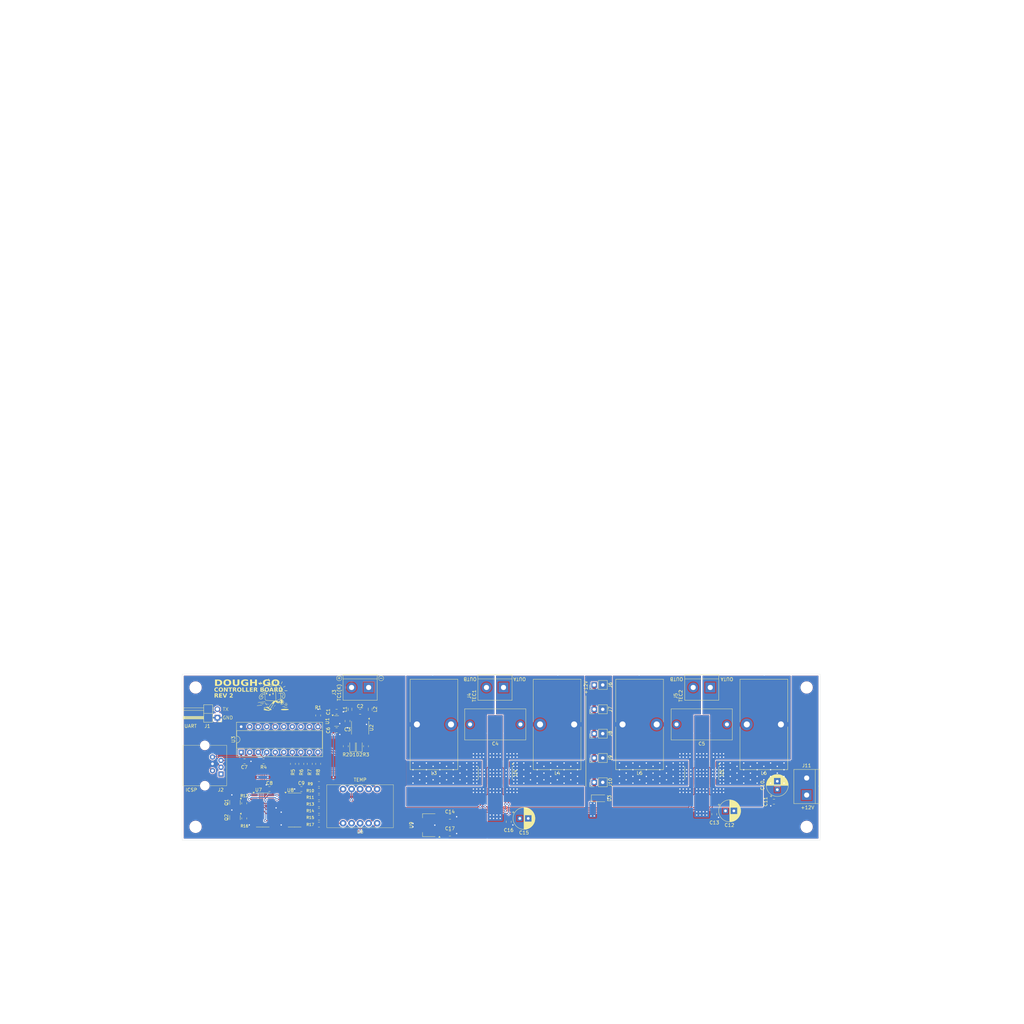
<source format=kicad_pcb>
(kicad_pcb (version 20240108) (generator "pcbnew") (generator_version "8.0")
  (layers (0 "F.Cu" signal) (31 "B.Cu" signal) (34 "B.Paste" user) (35 "F.Paste" user) (36 "B.SilkS" user "B.Silkscreen") (37 "F.SilkS" user "F.Silkscreen") (38 "B.Mask" user) (39 "F.Mask" user) (44 "Edge.Cuts" user))
  (net 0 "")
  (net 1 "Net-(U2-T+)")
  (net 2 "+12V")
  (net 3 "Net-(U2-T-)")
  (net 4 "+5V")
  (net 6 "Net-(J4-Pin_1)")
  (net 7 "Net-(J4-Pin_2)")
  (net 8 "Net-(D1-A)")
  (net 9 "Net-(D2-A)")
  (net 10 "/VPP")
  (net 12 "Net-(J3-Pin_2)")
  (net 13 "Net-(J3-Pin_1)")
  (net 14 "Net-(U4-INA)")
  (net 15 "Net-(Q1-B)")
  (net 16 "Net-(Q1-C)")
  (net 17 "Net-(Q2-B)")
  (net 18 "Net-(Q2-C)")
  (net 19 "+3.3V")
  (net 20 "/ICSPDAT")
  (net 21 "/ICSPCLK")
  (net 22 "/OUTA_1")
  (net 23 "/OUTB_1")
  (net 24 "/IN_A")
  (net 25 "/IN_B")
  (net 26 "Net-(U4-SEL0)")
  (net 27 "/DIG_2")
  (net 28 "Net-(U4-PWM)")
  (net 29 "Net-(U4-INB)")
  (net 30 "Net-(U8-Qf)")
  (net 31 "/DIG_1")
  (net 32 "Net-(U8-Qg)")
  (net 33 "/CS_TC")
  (net 34 "/SCK")
  (net 35 "/DB")
  (net 36 "Net-(U8-Qa)")
  (net 37 "/CS_SR")
  (net 38 "/SEL_0")
  (net 39 "/PWM")
  (net 40 "GND")
  (net 41 "Net-(U8-Qb)")
  (net 42 "/DC")
  (net 43 "/SEG_A")
  (net 44 "/SEG_B")
  (net 45 "/SEG_C")
  (net 46 "/SEG_D")
  (net 47 "/SEG_E")
  (net 48 "/SEG_F")
  (net 49 "/SEG_G")
  (net 50 "/TX")
  (net 51 "/MOSI")
  (net 52 "/MISO")
  (net 53 "Net-(U8-Qc)")
  (net 54 "/DD")
  (net 55 "/DA")
  (net 57 "Net-(U8-Qd)")
  (net 58 "Net-(J5-Pin_2)")
  (net 59 "Net-(J5-Pin_1)")
  (net 60 "Net-(U8-Qe)")
  (net 66 "/OUTB_2")
  (net 67 "/OUTA_2")
  (footprint "Capacitor_SMD:C_0805_2012Metric" (layer "F.Cu") (at 199.825 286.25)
    (property "Reference" "C7")
    (property "Value" "100n")
  )
  (footprint "Capacitor_SMD:C_0805_2012Metric" (layer "F.Cu") (at 216.75 294.5 180)
    (property "Reference" "C9")
    (property "Value" "100n")
  )
  (footprint "Capacitor_SMD:C_0805_2012Metric" (layer "F.Cu") (at 261 307.75)
    (property "Reference" "C17")
    (property "Value" "330n")
  )
  (footprint "Capacitor_SMD:C_0805_2012Metric" (layer "F.Cu") (at 261 302.75)
    (property "Reference" "C14")
    (property "Value" "100n")
  )
  (footprint "Resistor_SMD:R_0805_2012Metric" (layer "F.Cu") (at 205.5 286.25 180)
    (property "Reference" "R4")
    (property "Value" "47k")
  )
  (footprint "Resistor_SMD:R_0805_2012Metric" (layer "F.Cu") (at 222 297)
    (property "Reference" "R11")
    (property "Value" "R_US")
  )
  (footprint "Resistor_SMD:R_0805_2012Metric" (layer "F.Cu") (at 222 299)
    (property "Reference" "R13")
    (property "Value" "R_US")
  )
  (footprint "Resistor_SMD:R_0805_2012Metric" (layer "F.Cu") (at 222 301)
    (property "Reference" "R14")
    (property "Value" "R_US")
  )
  (footprint "Resistor_SMD:R_0805_2012Metric" (layer "F.Cu") (at 222 303)
    (property "Reference" "R15")
    (property "Value" "R_US")
  )
  (footprint "Resistor_SMD:R_0805_2012Metric" (layer "F.Cu") (at 222 305.09375)
    (property "Reference" "R17")
    (property "Value" "R_US")
  )
  (footprint "Resistor_SMD:R_0805_2012Metric" (layer "F.Cu") (at 222 293)
    (property "Reference" "R9")
    (property "Value" "R_US")
  )
  (footprint "Resistor_SMD:R_0805_2012Metric" (layer "F.Cu") (at 222 295)
    (property "Reference" "R10")
    (property "Value" "R_US")
  )
  (footprint "Resistor_SMD:R_0805_2012Metric" (layer "F.Cu") (at 199.75 303.25 90)
    (property "Reference" "R16")
    (property "Value" "10k")
  )
  (footprint "Resistor_SMD:R_0805_2012Metric" (layer "F.Cu") (at 199.75 298.75 90)
    (property "Reference" "R12")
    (property "Value" "10k")
  )
  (footprint "1_CUSTOM:RJ11" (layer "F.Cu") (at 188 287.5)
    (property "Reference" "J2")
    (property "Value" "ICSP_IN")
  )
  (footprint "Resistor_SMD:R_0805_2012Metric" (layer "F.Cu") (at 219.25 287 -90)
    (property "Reference" "R7")
    (property "Value" "1k")
  )
  (footprint "Resistor_SMD:R_0805_2012Metric" (layer "F.Cu") (at 221.75 272.5875 -90)
    (property "Reference" "R1")
    (property "Value" "10k")
  )
  (footprint "Package_DIP:DIP-20_W7.62mm_Socket" (layer "F.Cu") (at 198.825 283.55 90)
    (property "Reference" "U3")
    (property "Value" "PIC16F18344-P")
  )
  (footprint "Capacitor_SMD:C_0805_2012Metric" (layer "F.Cu") (at 207.25 294.5 180)
    (property "Reference" "C8")
    (property "Value" "100n")
  )
  (footprint "MountingHole:MountingHole_3.2mm_M3" (layer "F.Cu") (at 185.25 305.75)
    (property "Reference" "H3" (hide yes))
    (property "Value" "MountingHole" (hide yes))
  )
  (footprint "Inductor_SMD:L_0805_2012Metric" (layer "F.Cu") (at 237.25 270.75 90)
    (property "Reference" "L2")
    (property "Value" "470R")
  )
  (footprint "Connector_PinHeader_2.54mm:PinHeader_1x02_P2.54mm_Vertical" (layer "F.Cu") (at 303.975 285.25 90)
    (property "Reference" "J9")
    (property "Value" "Conn_02x01")
  )
  (footprint "Package_TO_SOT_SMD:SOT-23" (layer "F.Cu") (at 197 303 -90)
    (property "Reference" "Q2")
    (property "Value" "BC846")
  )
  (footprint "Resistor_SMD:R_0805_2012Metric" (layer "F.Cu") (at 214.25 287 -90)
    (property "Reference" "R5")
    (property "Value" "1k")
  )
  (footprint "TerminalBlock:TerminalBlock_bornier-2_P5.08mm" (layer "F.Cu") (at 367.25 296.29 90)
    (property "Reference" "J11")
    (property "Value" "VIN")
  )
  (footprint "Connector_PinHeader_2.54mm:PinHeader_1x02_P2.54mm_Horizontal" (layer "F.Cu") (at 191.75 273.25 180)
    (property "Reference" "J1")
    (property "Value" "UART_OUT")
  )
  (footprint "Inductor_THT:L_Toroid_Vertical_L26.7mm_W14.0mm_P10.16mm_Pulse_D" (layer "F.Cu") (at 349.42 275.25 90)
    (property "Reference" "L6")
    (property "Value" "150u")
  )
  (footprint "Package_TO_SOT_SMD:SOT-23" (layer "F.Cu") (at 227.25 274.25)
    (property "Reference" "U1")
    (property "Value" "TLV76033")
  )
  (footprint "Package_SO:SOIC-8_3.9x4.9mm_P1.27mm" (layer "F.Cu") (at 234.25 276.25 -90)
    (property "Reference" "U2")
    (property "Value" "MAX31855KASA")
  )
  (footprint "Capacitor_SMD:C_0805_2012Metric" (layer "F.Cu") (at 278.5 304.25 -90)
    (property "Reference" "C16")
    (property "Value" "100n")
  )
  (footprint "Capacitor_THT:C_Rect_L18.0mm_W9.0mm_P15.00mm_FKS3_FKP3" (layer "F.Cu") (at 328.5 275.25)
    (property "Reference" "C5")
    (property "Value" "10u")
  )
  (footprint "Package_TO_SOT_SMD:SOT-223" (layer "F.Cu") (at 254.75 305.25 180)
    (property "Reference" "U9")
    (property "Value" "uA78M05")
  )
  (footprint "Capacitor_THT:CP_Radial_D6.3mm_P2.50mm" (layer "F.Cu") (at 343.067621 301)
    (property "Reference" "C12")
    (property "Value" "220u")
  )
  (footprint "Capacitor_SMD:C_0805_2012Metric" (layer "F.Cu") (at 357.5 298.25 180)
    (property "Reference" "C11")
    (property "Value" "100n")
  )
  (footprint "1_CUSTOM:Bread_IMG_clean3" (layer "F.Cu") (at 208.25 266.5)
    (property "Reference" "G***" (hide yes))
    (property "Value" "LOGO" (hide yes))
  )
  (footprint "Diode_SMD:D_SOD-323" (layer "F.Cu") (at 234 281.75 90)
    (property "Reference" "D2")
    (property "Value" "1N4148")
  )
  (footprint "Package_SO:SO-16_3.9x9.9mm_P1.27mm" (layer "F.Cu") (at 274.5 289.75 -90)
    (property "Reference" "U4")
    (property "Value" "VNH7070ASTR")
  )
  (footprint "1_CUSTOM:LTD-4708JR" (layer "F.Cu") (at 234.25 299.59375)
    (property "Reference" "U6")
    (property "Value" "LTD-4708JR")
  )
  (footprint "TerminalBlock:TerminalBlock_bornier-2_P5.08mm" (layer "F.Cu") (at 338.54 264.25 180)
    (property "Reference" "J5")
    (property "Value" "TEC")
  )
  (footprint "Capacitor_SMD:C_0805_2012Metric" (layer "F.Cu") (at 339.75 302 -90)
    (property "Reference" "C13")
    (property "Value" "100n")
  )
  (footprint "Connector_PinHeader_2.54mm:PinHeader_1x02_P2.54mm_Vertical" (layer "F.Cu") (at 303.975 278 90)
    (property "Reference" "J8")
    (property "Value" "Conn_02x01")
  )
  (footprint "Connector_PinHeader_2.54mm:PinHeader_1x02_P2.54mm_Vertical" (layer "F.Cu") (at 303.975 270.75 90)
    (property "Reference" "J7")
    (property "Value" "Conn_02x01")
  )
  (footprint "Connector_PinHeader_2.54mm:PinHeader_1x02_P2.54mm_Vertical" (layer "F.Cu") (at 303.975 263.5 90)
    (property "Reference" "J6")
    (property "Value" "Conn_02x01")
  )
  (footprint "TerminalBlock:TerminalBlock_bornier-2_P5.08mm" (layer "F.Cu") (at 236.79 264.25 180)
    (property "Reference" "J3")
    (property "Value" "TC")
  )
  (footprint "Inductor_THT:L_Toroid_Vertical_L26.7mm_W14.0mm_P10.16mm_Pulse_D" (layer "F.Cu") (at 287.84 275.25 90)
    (property "Reference" "L4")
    (property "Value" "150u")
  )
  (footprint "Connector_PinHeader_2.54mm:PinHeader_1x02_P2.54mm_Vertical" (layer "F.Cu") (at 303.975 292.5 90)
    (property "Reference" "J10")
    (property "Value" "Conn_02x01")
  )
  (footprint "TerminalBlock:TerminalBlock_bornier-2_P5.08mm" (layer "F.Cu") (at 276.96 264.25 180)
    (property "Reference" "J4")
    (property "Value" "TEC")
  )
  (footprint "Diode_SMD:D_SOD-123" (layer "F.Cu") (at 305.5 297.25)
    (property "Reference" "D3")
    (property "Value" "D")
  )
  (footprint "Inductor_THT:L_Toroid_Vertical_L26.7mm_W14.0mm_P10.16mm_Pulse_D" (layer "F.Cu") (at 251.17 275.25 90)
    (property "Reference" "L3")
    (property "Value" "150u")
  )
  (footprint "MountingHole:MountingHole_3.2mm_M3" (layer "F.Cu") (at 367.25 305.75)
    (property "Reference" "H4" (hide yes))
    (property "Value" "MountingHole" (hide yes))
  )
  (footprint "Resistor_SMD:R_0805_2012Metric" (layer "F.Cu") (at 236 281.75 90)
    (property "Reference" "R3")
    (property "Value" "10k")
  )
  (footprint "Capacitor_SMD:C_0805_2012Metric" (layer "F.Cu") (at 227.25 271.5)
    (property "Reference" "C1")
    (property "Value" "100n")
  )
  (footprint "Capacitor_SMD:C_0805_2012Metric" (layer "F.Cu") (at 230.5 274.25 -90)
    (property "Reference" "C3")
    (property "Value" "100n")
  )
  (footprint "Inductor_THT:L_Toroid_Vertical_L26.7mm_W14.0mm_P10.16mm_Pulse_D" (layer "F.Cu") (at 312.42 275.25 90)
    (property "Reference" "L5")
    (property "Value" "150u")
  )
  (footprint "Resistor_SMD:R_0805_2012Metric" (layer "F.Cu") (at 230 281.75 90)
    (property "Reference" "R2")
    (property "Value" "10k")
  )
  (footprint "Capacitor_SMD:C_0805_2012Metric" (layer "F.Cu") (at 227.25 277)
    (property "Reference" "C6")
    (property "Value" "100n")
  )
  (footprint "Capacitor_THT:CP_Radial_D6.3mm_P2.50mm" (layer "F.Cu") (at 358.5 294.682379 90)
    (property "Reference" "C10")
    (property "Value" "100u")
  )
  (footprint "Resistor_SMD:R_0805_2012Metric" (layer "F.Cu") (at 221.75 287 -90)
    (property "Reference" "R8")
    (property "Value" "1k")
  )
  (footprint "Inductor_SMD:L_0805_2012Metric" (layer "F.Cu") (at 231.25 270.75 90)
    (property "Reference" "L1")
    (property "Value" "470R")
  )
  (footprint "Capacitor_SMD:C_0805_2012Metric" (layer "F.Cu") (at 234.25 271.5 180)
    (property "Reference" "C2")
    (property "Value" "10n")
  )
  (footprint "MountingHole:MountingHole_3.2mm_M3" (layer "F.Cu") (at 185.25 264.25)
    (property "Reference" "H1" (hide yes))
    (property "Value" "MountingHole" (hide yes))
  )
  (footprint "Capacitor_THT:C_Rect_L18.0mm_W9.0mm_P15.00mm_FKS3_FKP3" (layer "F.Cu") (at 267 275.25)
    (property "Reference" "C4")
    (property "Value" "10u")
  )
  (footprint "Package_SO:SOIC-16_3.9x9.9mm_P1.27mm" (layer "F.Cu") (at 214.75 300.75)
    (property "Reference" "U8")
    (property "Value" "4511")
  )
  (footprint "Package_SO:SOIC-16_3.9x9.9mm_P1.27mm" (layer "F.Cu") (at 205.25 300.75)
    (property "Reference" "U7")
    (property "Value" "74AHC595")
  )
  (footprint "Resistor_SMD:R_0805_2012Metric" (layer "F.Cu") (at 216.75 287 -90)
    (property "Reference" "R6")
    (property "Value" "1k")
  )
  (footprint "Capacitor_THT:CP_Radial_D6.3mm_P2.50mm" (layer "F.Cu") (at 281.817621 303.25)
    (property "Reference" "C15")
    (property "Value" "220u")
  )
  (footprint "Diode_SMD:D_SOD-323" (layer "F.Cu") (at 232 281.75 90)
    (property "Reference" "D1")
    (property "Value" "1N4148")
  )
  (footprint "Package_SO:SO-16_3.9x9.9mm_P1.27mm" (layer "F.Cu") (at 336 289.75 -90)
    (property "Reference" "U5")
    (property "Value" "VNH7070ASTR")
  )
  (footprint "Package_TO_SOT_SMD:SOT-23" (layer "F.Cu") (at 197 298.5 -90)
    (property "Reference" "Q1")
    (property "Value" "BC846")
  )
  (footprint "MountingHole:MountingHole_3.2mm_M3" (layer "F.Cu") (at 367.25 264.25)
    (property "Reference" "H2" (hide yes))
    (property "Value" "MountingHole" (hide yes))
  )
  (gr_circle (center 240.5 261.5) (end 241.25 261.5) (stroke (width 0.12)) (fill none) (layer "F.SilkS"))
  (gr_circle (center 228 261.5) (end 228.75 261.5) (stroke (width 0.12)) (fill none) (layer "F.SilkS"))
  (gr_line (start 301.5 266.75) (end 301.5 293.75) (stroke (width 0.15)) (layer "F.SilkS"))
  (gr_line (start 181.25 309.75) (end 181.25 260.25) (stroke (width 0.05)) (layer "Edge.Cuts"))
  (gr_line (start 371.25 309.75) (end 181.25 309.75) (stroke (width 0.05)) (layer "Edge.Cuts"))
  (gr_line (start 371.25 260.25) (end 371.25 309.75) (stroke (width 0.05)) (layer "Edge.Cuts"))
  (gr_line (start 181.25 260.25) (end 371.25 260.25) (stroke (width 0.05)) (layer "Edge.Cuts"))
  (gr_text "CONTROLLER BOARD" (at 190.75 265 0) (layer "F.SilkS") (effects (font (size 1.25 1.25) (thickness 0.3125) (bold yes)) (justify left)))
  (gr_text "OUTB" (at 267 261.75 180) (layer "F.SilkS") (effects (font (size 1 1) (thickness 0.15625))))
  (gr_text "GND" (at 193.25 273.25 0) (layer "F.SilkS") (effects (font (size 1 1) (thickness 0.125)) (justify left)))
  (gr_text "OUTA" (at 281.75 261.75 180) (layer "F.SilkS") (effects (font (size 1 1))))
  (gr_text "UART" (at 183.75 275.75 0) (layer "F.SilkS") (effects (font (size 1 1))))
  (gr_text "TEC2" (at 329.75 266.75 90) (layer "F.SilkS") (effects (font (size 1 1))))
  (gr_text "+12V" (at 301.5 264.25 90) (layer "F.SilkS") (effects (font (size 1 1))))
  (gr_text "REV 2" (at 190.75 266.75 0) (layer "F.SilkS") (effects (font (size 1.25 1.25) (thickness 0.25) (bold yes)) (justify left)))
  (gr_text "ICSP" (at 184 294.75 0) (layer "F.SilkS") (effects (font (size 1 1))))
  (gr_text "+" (at 228 261.55 180) (layer "F.SilkS") (effects (font (size 1 1))))
  (gr_text "DOUGH-GO" (at 190.75 263 0) (layer "F.SilkS") (effects (font (size 1.85 2.25) (thickness 0.35) (bold yes)) (justify left)))
  (gr_text "OUTA" (at 343.5 261.75 180) (layer "F.SilkS") (effects (font (size 1 1))))
  (gr_text "-" (at 240.5 261.45 0) (layer "F.SilkS") (effects (font (size 1 1))))
  (gr_text "TEC1" (at 268.25 266.75 90) (layer "F.SilkS") (effects (font (size 1 1))))
  (gr_text "TEMP" (at 234.25 291.75 0) (layer "F.SilkS") (effects (font (size 1 1))))
  (gr_text "OUTB" (at 328.5 261.75 180) (layer "F.SilkS") (effects (font (size 1 1) (thickness 0.15625))))
  (gr_text "TX" (at 193.25 270.75 0) (layer "F.SilkS") (effects (font (size 1 1) (thickness 0.125)) (justify left)))
  (gr_text "TC1(K)" (at 228 265.75 90) (layer "F.SilkS") (effects (font (size 1 1))))
  (gr_text "+12V" (at 367.5 300 0) (layer "F.SilkS") (effects (font (size 1 1))))
  (segment (start 304 298.75) (end 304 292.525) (width 1) (layer "F.Cu") (net 2))
  (segment (start 304 292.525) (end 303.975 292.5) (width 1) (layer "F.Cu") (net 2))
  (segment (start 303.975 292.5) (end 303.975 263.5) (width 1) (layer "F.Cu") (net 2))
  (via (at 275 303.25) (size 0.8) (drill 0.4) (layers "F.Cu" "B.Cu") (net 2))
  (via (at 337.5 301.25) (size 0.8) (drill 0.4) (layers "F.Cu" "B.Cu") (net 2))
  (via (at 337.5 290.75) (size 0.8) (drill 0.4) (layers "F.Cu" "B.Cu") (net 2))
  (via (at 335.5 284) (size 0.8) (drill 0.4) (layers "F.Cu" "B.Cu") (net 2))
  (via (at 337.5 294.5) (size 0.8) (drill 0.4) (layers "F.Cu" "B.Cu") (net 2))
  (via (at 274 290.75) (size 0.8) (drill 0.4) (layers "F.Cu" "B.Cu") (net 2))
  (via (at 336.5 302.25) (size 0.8) (drill 0.4) (layers "F.Cu" "B.Cu") (net 2))
  (via (at 335.5 290.75) (size 0.8) (drill 0.4) (layers "F.Cu" "B.Cu") (net 2))
  (via (at 334.5 302.25) (size 0.8) (drill 0.4) (layers "F.Cu" "B.Cu") (net 2))
  (via (at 274 288.75) (size 0.8) (drill 0.4) (layers "F.Cu" "B.Cu") (net 2))
  (via (at 335.5 289.75) (size 0.8) (drill 0.4) (layers "F.Cu" "B.Cu") (net 2))
  (via (at 275 295.5) (size 0.8) (drill 0.4) (layers "F.Cu" "B.Cu") (net 2))
  (via (at 337.5 284) (size 0.8) (drill 0.4) (layers "F.Cu" "B.Cu") (net 2))
  (via (at 334.5 284) (size 0.8) (drill 0.4) (layers "F.Cu" "B.Cu") (net 2))
  (via (at 275 290.75) (size 0.8) (drill 0.4) (layers "F.Cu" "B.Cu") (net 2))
  (via (at 275 289.75) (size 0.8) (drill 0.4) (layers "F.Cu" "B.Cu") (net 2))
  (via (at 303 302.5) (size 0.8) (drill 0.4) (layers "F.Cu" "B.Cu") (net 2))
  (via (at 274 302.25) (size 0.8) (drill 0.4) (layers "F.Cu" "B.Cu") (net 2))
  (via (at 336.5 290.75) (size 0.8) (drill 0.4) (layers "F.Cu" "B.Cu") (net 2))
  (via (at 275 285) (size 0.8) (drill 0.4) (layers "F.Cu" "B.Cu") (net 2))
  (via (at 276 302.25) (size 0.8) (drill 0.4) (layers "F.Cu" "B.Cu") (net 2))
  (via (at 276 289.75) (size 0.8) (drill 0.4) (layers "F.Cu" "B.Cu") (net 2))
  (via (at 274 289.75) (size 0.8) (drill 0.4) (layers "F.Cu" "B.Cu") (net 2))
  (via (at 273 294.5) (size 0.8) (drill 0.4) (layers "F.Cu" "B.Cu") (net 2))
  (via (at 275 302.25) (size 0.8) (drill 0.4) (layers "F.Cu" "B.Cu") (net 2))
  (via (at 276 303.25) (size 0.8) (drill 0.4) (layers "F.Cu" "B.Cu") (net 2))
  (via (at 334.5 294.5) (size 0.8) (drill 0.4) (layers "F.Cu" "B.Cu") (net 2))
  (via (at 303 298.75) (size 0.8) (drill 0.4) (layers "F.Cu" "B.Cu") (net 2))
  (via (at 336.5 284) (size 0.8) (drill 0.4) (layers "F.Cu" "B.Cu") (net 2))
  (via (at 334.5 290.75) (size 0.8) (drill 0.4) (layers "F.Cu" "B.Cu") (net 2))
  (via (at 335.5 301.25) (size 0.8) (drill 0.4) (layers "F.Cu" "B.Cu") (net 2))
  (via (at 335.5 294.5) (size 0.8) (drill 0.4) (layers "F.Cu" "B.Cu") (net 2))
  (via (at 335.5 288.75) (size 0.8) (drill 0.4) (layers "F.Cu" "B.Cu") (net 2))
  (via (at 275 294.5) (size 0.8) (drill 0.4) (layers "F.Cu" "B.Cu") (net 2))
  (via (at 334.5 289.75) (size 0.8) (drill 0.4) (layers "F.Cu" "B.Cu") (net 2))
  (via (at 335.5 285) (size 0.8) (drill 0.4) (layers "F.Cu" "B.Cu") (net 2))
  (via (at 334.5 301.25) (size 0.8) (drill 0.4) (layers "F.Cu" "B.Cu") (net 2))
  (via (at 273 289.75) (size 0.8) (drill 0.4) (layers "F.Cu" "B.Cu") (net 2))
  (via (at 276 285) (size 0.8) (drill 0.4) (layers "F.Cu" "B.Cu") (net 2))
  (via (at 274 284) (size 0.8) (drill 0.4) (layers "F.Cu" "B.Cu") (net 2))
  (via (at 304 302.5) (size 0.8) (drill 0.4) (layers "F.Cu" "B.Cu") (net 2))
  (via (at 275 284) (size 0.8) (drill 0.4) (layers "F.Cu" "B.Cu") (net 2))
  (via (at 274 294.5) (size 0.8) (drill 0.4) (layers "F.Cu" "B.Cu") (net 2))
  (via (at 336.5 285) (size 0.8) (drill 0.4) (layers "F.Cu" "B.Cu") (net 2))
  (via (at 337.5 288.75) (size 0.8) (drill 0.4) (layers "F.Cu" "B.Cu") (net 2))
  (via (at 276 290.75) (size 0.8) (drill 0.4) (layers "F.Cu" "B.Cu") (net 2))
  (via (at 335.5 302.25) (size 0.8) (drill 0.4) (layers "F.Cu" "B.Cu") (net 2))
  (via (at 336.5 288.75) (size 0.8) (drill 0.4) (layers "F.Cu" "B.Cu") (net 2))
  (via (at 276 284) (size 0.8) (drill 0.4) (layers "F.Cu" "B.Cu") (net 2))
  (via (at 273 295.5) (size 0.8) (drill 0.4) (layers "F.Cu" "B.Cu") (net 2))
  (via (at 334.5 288.75) (size 0.8) (drill 0.4) (layers "F.Cu" "B.Cu") (net 2))
  (via (at 275 288.75) (size 0.8) (drill 0.4) (layers "F.Cu" "B.Cu") (net 2))
  (via (at 276 294.5) (size 0.8) (drill 0.4) (layers "F.Cu" "B.Cu") (net 2))
  (via (at 276 295.5) (size 0.8) (drill 0.4) (layers "F.Cu" "B.Cu") (net 2))
  (via (at 336.5 295.5) (size 0.8) (drill 0.4) (layers "F.Cu" "B.Cu") (net 2))
  (via (at 273 285) (size 0.8) (drill 0.4) (layers "F.Cu" "B.Cu") (net 2))
  (via (at 273 288.75) (size 0.8) (drill 0.4) (layers "F.Cu" "B.Cu") (net 2))
  (via (at 337.5 289.75) (size 0.8) (drill 0.4) (layers "F.Cu" "B.Cu") (net 2))
  (via (at 273 302.25) (size 0.8) (drill 0.4) (layers "F.Cu" "B.Cu") (net 2))
  (via (at 274 303.25) (size 0.8) (drill 0.4) (layers "F.Cu" "B.Cu") (net 2))
  (via (at 334.5 295.5) (size 0.8) (drill 0.4) (layers "F.Cu" "B.Cu") (net 2))
  (via (at 337.5 285) (size 0.8) (drill 0.4) (layers "F.Cu" "B.Cu") (net 2))
  (via (at 334.5 285) (size 0.8) (drill 0.4) (layers "F.Cu" "B.Cu") (net 2))
  (via (at 274 285) (size 0.8) (drill 0.4) (layers "F.Cu" "B.Cu") (net 2))
  (via (at 336.5 301.25) (size 0.8) (drill 0.4) (layers "F.Cu" "B.Cu") (net 2))
  (via (at 336.5 289.75) (size 0.8) (drill 0.4) (layers "F.Cu" "B.Cu") (net 2))
  (via (at 336.5 294.5) (size 0.8) (drill 0.4) (layers "F.Cu" "B.Cu") (net 2))
  (via (at 273 284) (size 0.8) (drill 0.4) (layers "F.Cu" "B.Cu") (net 2))
  (via (at 337.5 295.5) (size 0.8) (drill 0.4) (layers "F.Cu" "B.Cu") (net 2))
  (via (at 273 290.75) (size 0.8) (drill 0.4) (layers "F.Cu" "B.Cu") (net 2))
  (via (at 304 298.75) (size 0.8) (drill 0.4) (layers "F.Cu" "B.Cu") (net 2))
  (via (at 274 295.5) (size 0.8) (drill 0.4) (layers "F.Cu" "B.Cu") (net 2))
  (via (at 337.5 302.25) (size 0.8) (drill 0.4) (layers "F.Cu" "B.Cu") (net 2))
  (via (at 276 288.75) (size 0.8) (drill 0.4) (layers "F.Cu" "B.Cu") (net 2))
  (via (at 335.5 295.5) (size 0.8) (drill 0.4) (layers "F.Cu" "B.Cu") (net 2))
  (via (at 273 303.25) (size 0.8) (drill 0.4) (layers "F.Cu" "B.Cu") (net 2))
  (segment (start 211.894092 298.845) (end 212.275 298.845) (width 0.25) (layer "F.Cu") (net 4))
  (segment (start 203.5 285) (end 198.825 285) (width 0.25) (layer "F.Cu") (net 4))
  (segment (start 257.6 302.65) (end 257.9 302.95) (width 1) (layer "F.Cu") (net 4))
  (segment (start 212.275 298.845) (end 213.75 298.845) (width 0.25) (layer "F.Cu") (net 4))
  (segment (start 198.825 286.45) (end 198.875 286.5) (width 0.5) (layer "F.Cu") (net 4))
  (segment (start 246.9 302.65) (end 257.6 302.65) (width 1) (layer "F.Cu") (net 4))
  (segment (start 213.905 298.845) (end 216.445 296.305) (width 0.25) (layer "F.Cu") (net 4))
  (segment (start 217.75 291) (end 217.75 293.95) (width 0.5) (layer "F.Cu") (net 4))
  (segment (start 206 297.25) (end 206.945 296.305) (width 0.25) (layer "F.Cu") (net 4))
  (segment (start 208.2 294.225) (end 209.425 293) (width 0.5) (layer "F.Cu") (net 4))
  (segment (start 243 298.75) (end 246.9 302.65) (width 1) (layer "F.Cu") (net 4))
  (segment (start 204.5875 286.0875) (end 203.5 285) (width 0.25) (layer "F.Cu") (net 4))
  (segment (start 206 303.925) (end 207.725 303.925) (width 0.25) (layer "F.Cu") (net 4))
  (segment (start 209.425 293) (end 217.7 293) (width 0.5) (layer "F.Cu") (net 4))
  (segment (start 213.905 298.845) (end 213.905 299.845) (width 0.25) (layer "F.Cu") (net 4))
  (segment (start 198.875 288.625) (end 198.875 286.5) (width 1) (layer "F.Cu") (net 4))
  (segment (start 208.2 294.5) (end 208.2 294.225) (width 0.5) (layer "F.Cu") (net 4))
  (segment (start 217.75 293.95) (end 217.7 294) (width 0.5) (layer "F.Cu") (net 4))
  (segment (start 206.945 296.305) (end 207.725 296.305) (width 0.25) (layer "F.Cu") (net 4))
  (segment (start 198.825 283.55) (end 198.825 285) (width 0.5) (layer "F.Cu") (net 4))
  (segment (start 243 294.875) (end 243 298.75) (width 1) (layer "F.Cu") (net 4))
  (segment (start 198.825 285) (end 198.825 286.45) (width 0.5) (layer "F.Cu") (net 4))
  (segment (start 206 297.739292) (end 206 297.25) (width 0.25) (layer "F.Cu") (net 4))
  (segment (start 217.7 294.5) (end 217.7 296.33) (width 0.5) (layer "F.Cu") (net 4))
  (segment (start 213.75 298.845) (end 213.905 298.845) (width 0.25) (layer "F.Cu") (net 4))
  (segment (start 203.75 291) (end 201.25 291) (width 1) (layer "F.Cu") (net 4))
  (segment (start 206.75 291) (end 239.125 291) (width 1) (layer "F.Cu") (net 4))
  (segment (start 213.635 300.115) (end 212.275 300.115) (width 0.25) (layer "F.Cu") (net 4))
  (segment (start 226.3 278.25) (end 226.3 275.2125) (width 0.5) (layer "F.Cu") (net 4))
  (segment (start 208.2 294.5) (end 208.2 296.33) (width 0.5) (layer "F.Cu") (net 4))
  (segment (start 208.105908 303.925) (end 207.725 303.925) (width 0.25) (layer "F.Cu") (net 4))
  (segment (start 226.3 275.2125) (end 226.3125 275.2) (width 0.5) (layer "F.Cu") (net 4))
  (segment (start 213.905 299.845) (end 213.635 300.115) (width 0.25) (layer "F.Cu") (net 4))
  (segment (start 201.25 291) (end 198.875 288.625) (width 1) (layer "F.Cu") (net 4))
  (segment (start 239.125 291) (end 243 294.875) (width 1) (layer "F.Cu") (net 4))
  (segment (start 192.826 285.976) (end 198.601 285.976) (width 0.25) (layer "F.Cu") (net 4))
  (segment (start 216.445 296.305) (end 217.225 296.305) (width 0.25) (layer "F.Cu") (net 4))
  (via (at 226.3 278.25) (size 0.8) (drill 0.4) (layers "F.Cu" "B.Cu") (net 4))
  (via (at 206 297.739292) (size 0.8) (drill 0.4) (layers "F.Cu" "B.Cu") (net 4))
  (via (at 206 303.925) (size 0.8) (drill 0.4) (layers "F.Cu" "B.Cu") (net 4))
  (via (at 203.75 291) (size 0.8) (drill 0.4) (layers "F.Cu" "B.Cu") (net 4))
  (via (at 226.3 291) (size 0.8) (drill 0.4) (layers "F.Cu" "B.Cu") (net 4))
  (via (at 206.75 291) (size 0.8) (drill 0.4) (layers "F.Cu" "B.Cu") (net 4))
  (segment (start 206 303.925) (end 206 297.739292) (width 0.25) (layer "B.Cu") (net 4))
  (segment (start 226.3 278.25) (end 226.3 291) (width 0.5) (layer "B.Cu") (net 4))
  (segment (start 203.75 291) (end 206.75 291) (width 1) (layer "B.Cu") (net 4))
  (segment (start 232.345 280.355) (end 232 280.7) (width 0.25) (layer "F.Cu") (net 8))
  (segment (start 230.1375 280.7) (end 230 280.8375) (width 0.25) (layer "F.Cu") (net 8))
  (segment (start 232 280.7) (end 230.1375 280.7) (width 0.25) (layer "F.Cu") (net 8))
  (segment (start 232.345 278.725) (end 232.345 280.355) (width 0.25) (layer "F.Cu") (net 8))
  (segment (start 235.8625 280.7) (end 236 280.8375) (width 0.25) (layer "F.Cu") (net 9))
  (segment (start 233.615 280.315) (end 234 280.7) (width 0.25) (layer "F.Cu") (net 9))
  (segment (start 233.615 278.725) (end 233.615 280.315) (width 0.25) (layer "F.Cu") (net 9))
  (segment (start 234 280.7) (end 235.8625 280.7) (width 0.25) (layer "F.Cu") (net 9))
  (segment (start 206.4125 283.5825) (end 206.445 283.55) (width 0.25) (layer "F.Cu") (net 10))
  (segment (start 206.4125 286.25) (end 206.4125 283.5825) (width 0.25) (layer "F.Cu") (net 10))
  (segment (start 190.286 284.96) (end 190.496 284.75) (width 0.25) (layer "B.Cu") (net 10))
  (segment (start 190.496 284.75) (end 205.245 284.75) (width 0.25) (layer "B.Cu") (net 10))
  (segment (start 205.245 284.75) (end 206.445 283.55) (width 0.25) (layer "B.Cu") (net 10))
  (segment (start 217.25 290) (end 215.1625 287.9125) (width 0.25) (layer "F.Cu") (net 14))
  (segment (start 278.5 301.75) (end 279 301.75) (width 0.25) (layer "F.Cu") (net 14))
  (segment (start 215.1625 287.9125) (end 214.25 287.9125) (width 0.25) (layer "F.Cu") (net 14))
  (segment (start 277.025 288.4) (end 276.405 287.78) (width 0.25) (layer "F.Cu") (net 14))
  (segment (start 277.75 297.75) (end 277.75 296.363604) (width 0.25) (layer "F.Cu") (net 14))
  (segment (start 239.5 290) (end 217.25 290) (width 0.25) (layer "F.Cu") (net 14))
  (segment (start 277.25 301.75) (end 277 301.5) (width 0.25) (layer "F.Cu") (net 14))
  (segment (start 338.75 294) (end 338.53 293.78) (width 0.25) (layer "F.Cu") (net 14))
  (segment (start 279.25 301.5) (end 332.75 301.5) (width 0.25) (layer "F.Cu") (net 14))
  (segment (start 277.75 296.363604) (end 277.25 295.863604) (width 0.25) (layer "F.Cu") (net 14))
  (segment (start 277.25 295.863604) (end 277.25 294) (width 0.25) (layer "F.Cu") (net 14))
  (segment (start 333.75 300.5) (end 338.5 300.5) (width 0.25) (layer "F.Cu") (net 14))
  (segment (start 338.75 295.775305) (end 338.75 294) (width 0.25) (layer "F.Cu") (net 14))
  (segment (start 244 298.5) (end 244 294.5) (width 0.25) (layer "F.Cu") (net 14))
  (segment (start 278.5 299) (end 278.5 298.5) (width 0.25) (layer "F.Cu") (net 14))
  (segment (start 338.525 288.275) (end 337.905 287.655) (width 0.25) (layer "F.Cu") (net 14))
  (segment (start 332.75 301.5) (end 333.75 300.5) (width 0.25) (layer "F.Cu") (net 14))
  (segment (start 277.03 293.78) (end 277.03 291.055305) (width 0.25) (layer "F.Cu") (net 14))
  (segment (start 338.53 291.399092) (end 338.525 291.394092) (width 0.25) (layer "F.Cu") (net 14))
  (segment (start 338.525 291.394092) (end 338.525 288.275) (width 0.25) (layer "F.Cu") (net 14))
  (segment (start 339.25 296.275305) (end 338.75 295.775305) (width 0.25) (layer "F.Cu") (net 14))
  (segment (start 339.25 299.75) (end 339.25 296.275305) (width 0.25) (layer "F.Cu") (net 14))
  (segment (start 244 294.5) (end 239.5 290) (width 0.25) (layer "F.Cu") (net 14))
  (segment (start 277.03 291.055305) (end 277.025 291.050305) (width 0.25) (layer "F.Cu") (net 14))
  (segment (start 247 301.5) (end 244 298.5) (width 0.25) (layer "F.Cu") (net 14))
  (segment (start 337.905 287.655) (end 337.905 287.175) (width 0.25) (layer "F.Cu") (net 14))
  (segment (start 276.405 287.78) (end 276.405 287.175) (width 0.25) (layer "F.Cu") (net 14))
  (segment (start 277.25 294) (end 277.03 293.78) (width 0.25) (layer "F.Cu") (net 14))
  (segment (start 338.5 300.5) (end 339.25 299.75) (width 0.25) (layer "F.Cu") (net 14))
  (segment (start 278.5 301.75) (end 277.25 301.75) (width 0.25) (layer "F.Cu") (net 14))
  (segment (start 279 301.75) (end 279.25 301.5) (width 0.25) (layer "F.Cu") (net 14))
  (segment (start 277 301.5) (end 247 301.5) (width 0.25) (layer "F.Cu") (net 14))
  (segment (start 278.5 298.5) (end 277.75 297.75) (width 0.25) (layer "F.Cu") (net 14))
  (segment (start 277.025 291.050305) (end 277.025 288.4) (width 0.25) (layer "F.Cu") (net 14))
  (segment (start 338.53 293.78) (end 338.53 291.399092) (width 0.25) (layer "F.Cu") (net 14))
  (via (at 278.5 301.75) (size 0.8) (drill 0.4) (layers "F.Cu" "B.Cu") (net 14))
  (via (at 278.5 299) (size 0.8) (drill 0.4) (layers "F.Cu" "B.Cu") (net 14))
  (segment (start 278.5 301.75) (end 278.5 299) (width 0.25) (layer "B.Cu") (net 14))
  (segment (start 199.75 297.8375) (end 197.975 297.8375) (width 0.25) (layer "F.Cu") (net 15))
  (segment (start 213.5 307.25) (end 201.25 307.25) (width 0.25) (layer "F.Cu") (net 16))
  (segment (start 238.25 307.25) (end 236 307.25) (width 0.25) (layer "F.Cu") (net 16))
  (segment (start 238.75 306.75) (end 238.25 307.25) (width 0.25) (layer "F.Cu") (net 16))
  (segment (start 236 307.25) (end 235 308.25) (width 0.25) (layer "F.Cu") (net 16))
  (segment (start 241.25 305.75) (end 240.25 306.75) (width 0.25) (layer "F.Cu") (net 16))
  (segment (start 236.71 302.75) (end 240.25 302.75) (width 0.25) (layer "F.Cu") (net 16))
  (segment (start 241.25 303.75) (end 241.25 305.75) (width 0.25) (layer "F.Cu") (net 16))
  (segment (start 240.25 306.75) (end 238.75 306.75) (width 0.25) (layer "F.Cu") (net 16))
  (segment (start 231.71 297.75) (end 236.71 302.75) (width 0.25) (layer "F.Cu") (net 16))
  (segment (start 240.25 302.75) (end 241.25 303.75) (width 0.25) (layer "F.Cu") (net 16))
  (segment (start 195.25 300.262348) (end 196.074848 299.4375) (width 0.25) (layer "F.Cu") (net 16))
  (segment (start 201.25 307.25) (end 199.75 305.75) (width 0.25) (layer "F.Cu") (net 16))
  (segment (start 226.75 306.75) (end 214 306.75) (width 0.25) (layer "F.Cu") (net 16))
  (segment (start 214 306.75) (end 213.5 307.25) (width 0.25) (layer "F.Cu") (net 16))
  (segment (start 196.074848 299.4375) (end 197 299.4375) (width 0.25) (layer "F.Cu") (net 16))
  (segment (start 235 308.25) (end 228.25 308.25) (width 0.25) (layer "F.Cu") (net 16))
  (segment (start 195.25 303.75) (end 195.25 300.262348) (width 0.25) (layer "F.Cu") (net 16))
  (segment (start 228.25 308.25) (end 226.75 306.75) (width 0.25) (layer "F.Cu") (net 16))
  (segment (start 199.75 305.75) (end 197.25 305.75) (width 0.25) (layer "F.Cu") (net 16))
  (segment (start 197.25 305.75) (end 195.25 303.75) (width 0.25) (layer "F.Cu") (net 16))
  (via (at 231.71 297.75) (size 0.8) (drill 0.4) (layers "F.Cu" "B.Cu") (net 16))
  (segment (start 231.71 297.75) (end 231.71 294.51375) (width 0.25) (layer "B.Cu") (net 16))
  (segment (start 199.75 302.3375) (end 197.975 302.3375) (width 0.25) (layer "F.Cu") (net 17))
  (segment (start 238.5 306.25) (end 240 306.25) (width 0.25) (layer "F.Cu") (net 18))
  (segment (start 200 305.25) (end 201.45 306.7) (width 0.25) (layer "F.Cu") (net 18))
  (segment (start 235.75 306.75) (end 238 306.75) (width 0.25) (layer "F.Cu") (net 18))
  (segment (start 240.015042 303.25) (end 238.21375 303.25) (width 0.25) (layer "F.Cu") (net 18))
  (segment (start 240 306.25) (end 240.75 305.5) (width 0.25) (layer "F.Cu") (net 18))
  (segment (start 197 303.9375) (end 197 304.5) (width 0.25) (layer "F.Cu") (net 18))
  (segment (start 238 306.75) (end 238.5 306.25) (width 0.25) (layer "F.Cu") (net 18))
  (segment (start 213.863604 306.25) (end 227 306.25) (width 0.25) (layer "F.Cu") (net 18))
  (segment (start 238.21375 303.25) (end 236.79 304.67375) (width 0.25) (layer "F.Cu") (net 18))
  (segment (start 240.75 305.5) (end 240.75 303.984958) (width 0.25) (layer "F.Cu") (net 18))
  (segment (start 213.413604 306.7) (end 213.863604 306.25) (width 0.25) (layer "F.Cu") (net 18))
  (segment (start 234.75 307.75) (end 235.75 306.75) (width 0.25) (layer "F.Cu") (net 18))
  (segment (start 197.75 305.25) (end 200 305.25) (width 0.25) (layer "F.Cu") (net 18))
  (segment (start 201.45 306.7) (end 213.413604 306.7) (width 0.25) (layer "F.Cu") (net 18))
  (segment (start 227 306.25) (end 228.5 307.75) (width 0.25) (layer "F.Cu") (net 18))
  (segment (start 228.5 307.75) (end 234.75 307.75) (width 0.25) (layer "F.Cu") (net 18))
  (segment (start 197 304.5) (end 197.75 305.25) (width 0.25) (layer "F.Cu") (net 18))
  (segment (start 240.75 303.984958) (end 240.015042 303.25) (width 0.25) (layer "F.Cu") (net 18))
  (segment (start 229 273.3) (end 230.5 273.3) (width 0.5) (layer "F.Cu") (net 19))
  (segment (start 226.3125 273.3) (end 229.5 273.3) (width 0.5) (layer "F.Cu") (net 19))
  (segment (start 231.025 281.725) (end 235.975 281.725) (width 0.25) (layer "F.Cu") (net 19))
  (segment (start 235.975 281.725) (end 236 281.75) (width 0.25) (layer "F.Cu") (net 19))
  (segment (start 236.775 281.725) (end 235.975 281.725) (width 0.25) (layer "F.Cu") (net 19))
  (segment (start 232.345 274.749999) (end 233.095001 275.5) (width 0.25) (layer "F.Cu") (net 19))
  (segment (start 235 275.5) (end 237.25 277.75) (width 0.25) (layer "F.Cu") (net 19))
  (segment (start 232.345 273.775) (end 232.345 274.749999) (width 0.25) (layer "F.Cu") (net 19))
  (segment (start 233.095001 275.5) (end 235 275.5) (width 0.25) (layer "F.Cu") (net 19))
  (segment (start 237.25 277.75) (end 237.25 281.25) (width 0.25) (layer "F.Cu") (net 19))
  (segment (start 237.25 281.25) (end 236.775 281.725) (width 0.25) (layer "F.Cu") (net 19))
  (segment (start 236 281.75) (end 236 282.6625) (width 0.25) (layer "F.Cu") (net 19))
  (segment (start 230.0875 282.6625) (end 231.025 281.725) (width 0.25) (layer "F.Cu") (net 19))
  (segment (start 230.5 273.3) (end 232.37 273.3) (width 0.5) (layer "F.Cu") (net 19))
  (segment (start 230 282.6625) (end 230.0875 282.6625) (width 0.25) (layer "F.Cu") (net 19))
  (segment (start 226.3 271.25) (end 226.3 273.2875) (width 0.5) (layer "F.Cu") (net 19))
  (segment (start 199.75 277.25) (end 201.07 275.93) (width 0.25) (layer "F.Cu") (net 20))
  (segment (start 191.5 282) (end 196.25 277.25) (width 0.25) (layer "F.Cu") (net 20))
  (segment (start 191.5 286.682) (end 191.5 282) (width 0.25) (layer "F.Cu") (net 20))
  (segment (start 192.826 288.008) (end 191.5 286.682) (width 0.25) (layer "F.Cu") (net 20))
  (segment (start 201.07 275.93) (end 201.365 275.93) (width 0.25) (layer "F.Cu") (net 20))
  (segment (start 196.25 277.25) (end 199.75 277.25) (width 0.25) (layer "F.Cu") (net 20))
  (segment (start 189 283.832005) (end 198.332005 274.5) (width 0.25) (layer "F.Cu") (net 21))
  (segment (start 190.286 289.024) (end 189 287.738) (width 0.25) (layer "F.Cu") (net 21))
  (segment (start 202.475 274.5) (end 203.905 275.93) (width 0.25) (layer "F.Cu") (net 21))
  (segment (start 198.332005 274.5) (end 202.475 274.5) (width 0.25) (layer "F.Cu") (net 21))
  (segment (start 189 287.738) (end 189 283.832005) (width 0.25) (layer "F.Cu") (net 21))
  (via (at 341.5 295.5) (size 0.8) (drill 0.4) (layers "F.Cu" "B.Cu") (net 22))
  (via (at 341.5 285) (size 0.8) (drill 0.4) (layers "F.Cu" "B.Cu") (net 22))
  (via (at 339.25 290.75) (size 0.8) (drill 0.4) (layers "F.Cu" "B.Cu") (net 22))
  (via (at 340.5 294.5) (size 0.8) (drill 0.4) (layers "F.Cu" "B.Cu") (net 22))
  (via (at 342.5 295.5) (size 0.8) (drill 0.4) (layers "F.Cu" "B.Cu") (net 22))
  (via (at 340.5 295.5) (size 0.8) (drill 0.4) (layers "F.Cu" "B.Cu") (net 22))
  (via (at 339.5 295.5) (size 0.8) (drill 0.4) (layers "F.Cu" "B.Cu") (net 22))
  (via (at 339.25 288.75) (size 0.8) (drill 0.4) (layers "F.Cu" "B.Cu") (net 22))
  (via (at 340.5 284) (size 0.8) (drill 0.4) (layers "F.Cu" "B.Cu") (net 22))
  (via (at 340.5 285) (size 0.8) (drill 0.4) (layers "F.Cu" "B.Cu") (net 22))
  (via (at 339.5 294.5) (size 0.8) (drill 0.4) (layers "F.Cu" "B.Cu") (net 22))
  (via (at 342.5 285) (size 0.8) (drill 0.4) (layers "F.Cu" "B.Cu") (net 22))
  (via (at 341.5 284) (size 0.8) (drill 0.4) (layers "F.Cu" "B.Cu") (net 22))
  (via (at 341.5 294.5) (size 0.8) (drill 0.4) (layers "F.Cu" "B.Cu") (net 22))
  (via (at 339.25 289.75) (size 0.8) (drill 0.4) (layers "F.Cu" "B.Cu") (net 22))
  (via (at 339.5 285) (size 0.8) (drill 0.4) (layers "F.Cu" "B.Cu") (net 22))
  (via (at 342.5 284) (size 0.8) (drill 0.4) (layers "F.Cu" "B.Cu") (net 22))
  (via (at 342.5 294.5) (size 0.8) (drill 0.4) (layers "F.Cu" "B.Cu") (net 22))
  (via (at 339.5 284) (size 0.8) (drill 0.4) (layers "F.Cu" "B.Cu") (net 22))
  (via (at 330.5 295.5) (size 0.8) (drill 0.4) (layers "F.Cu" "B.Cu") (net 23))
  (via (at 331.5 295.5) (size 0.8) (drill 0.4) (layers "F.Cu" "B.Cu") (net 23))
  (via (at 332.5 284) (size 0.8) (drill 0.4) (layers "F.Cu" "B.Cu") (net 23))
  (via (at 332.75 290.75) (size 0.8) (drill 0.4) (layers "F.Cu" "B.Cu") (net 23))
  (via (at 332.5 285) (size 0.8) (drill 0.4) (layers "F.Cu" "B.Cu") (net 23))
  (via (at 331.5 285) (size 0.8) (drill 0.4) (layers "F.Cu" "B.Cu") (net 23))
  (via (at 329.5 294.5) (size 0.8) (drill 0.4) (layers "F.Cu" "B.Cu") (net 23))
  (via (at 330.5 294.5) (size 0.8) (drill 0.4) (layers "F.Cu" "B.Cu") (net 23))
  (via (at 329.5 285) (size 0.8) (drill 0.4) (layers "F.Cu" "B.Cu") (net 23))
  (via (at 331.5 294.5) (size 0.8) (drill 0.4) (layers "F.Cu" "B.Cu") (net 23))
  (via (at 329.5 295.5) (size 0.8) (drill 0.4) (layers "F.Cu" "B.Cu") (net 23))
  (via (at 332.5 294.5) (size 0.8) (drill 0.4) (layers "F.Cu" "B.Cu") (net 23))
  (via (at 332.75 289.75) (size 0.8) (drill 0.4) (layers "F.Cu" "B.Cu") (net 23))
  (via (at 330.5 285) (size 0.8) (drill 0.4) (layers "F.Cu" "B.Cu") (net 23))
  (via (at 331.5 284) (size 0.8) (drill 0.4) (layers "F.Cu" "B.Cu") (net 23))
  (via (at 332.75 288.75) (size 0.8) (drill 0.4) (layers "F.Cu" "B.Cu") (net 23))
  (via (at 330.5 284) (size 0.8) (drill 0.4) (layers "F.Cu" "B.Cu") (net 23))
  (via (at 332.5 295.5) (size 0.8) (drill 0.4) (layers "F.Cu" "B.Cu") (net 23))
  (via (at 329.5 284) (size 0.8) (drill 0.4) (layers "F.Cu" "B.Cu") (net 23))
  (segment (start 214.065 286.0225) (end 214 286.0875) (width 0.25) (layer "F.Cu") (net 24))
  (segment (start 214.065 283.55) (end 214.065 286.0225) (width 0.25) (layer "F.Cu") (net 24))
  (segment (start 221.685 283.55) (end 221.685 286.0225) (width 0.25) (layer "F.Cu") (net 25))
  (segment (start 338.25 294.224695) (end 337.905 293.879695) (width 0.25) (layer "F.Cu") (net 26))
  (segment (start 276.405 293.879695) (end 276.405 292.325) (width 0.25) (layer "F.Cu") (net 26))
  (segment (start 277.5 298.25) (end 277.25 298) (width 0.25) (layer "F.Cu") (net 26))
  (segment (start 277.5 300.975) (end 332.525 300.975) (width 0.25) (layer "F.Cu") (net 26))
  (segment (start 338.75 296.5) (end 338.25 296) (width 0.25) (layer "F.Cu") (net 26))
  (segment (start 332.525 300.975) (end 333.5 300) (width 0.25) (layer "F.Cu") (net 26))
  (segment (start 247.225 300.975) (end 244.5 298.25) (width 0.25) (layer "F.Cu") (net 26))
  (segment (start 276.75 296) (end 276.75 294.224695) (width 0.25) (layer "F.Cu") (net 26))
  (segment (start 277.5 299) (end 277.5 298.25) (width 0.25) (layer "F.Cu") (net 26))
  (segment (start 277.25 298) (end 277.25 296.5) (width 0.25) (layer "F.Cu") (net 26))
  (segment (start 277.5 300.975) (end 247.225 300.975) (width 0.25) (layer "F.Cu") (net 26))
  (segment (start 244.5 298.25) (end 244.5 294.25) (width 0.25) (layer "F.Cu") (net 26))
  (segment (start 244.5 294.25) (end 239.75 289.5) (width 0.25) (layer "F.Cu") (net 26))
  (segment (start 338.25 300) (end 338.75 299.5) (width 0.25) (layer "F.Cu") (net 26))
  (segment (start 276.75 294.224695) (end 276.405 293.879695) (width 0.25) (layer "F.Cu") (net 26))
  (segment (start 333.5 300) (end 338.25 300) (width 0.25) (layer "F.Cu") (net 26))
  (segment (start 277.25 296.5) (end 276.75 296) (width 0.25) (layer "F.Cu") (net 26))
  (segment (start 219.25 289.5) (end 217.6625 287.9125) (width 0.25) (layer "F.Cu") (net 26))
  (segment (start 338.25 296) (end 338.25 294.224695) (width 0.25) (layer "F.Cu") (net 26))
  (segment (start 239.75 289.5) (end 219.25 289.5) (width 0.25) (layer "F.Cu") (net 26))
  (segment (start 337.905 293.879695) (end 337.905 292.325) (width 0.25) (layer "F.Cu") (net 26))
  (segment (start 338.75 299.5) (end 338.75 296.5) (width 0.25) (layer "F.Cu") (net 26))
  (segment (start 217.6625 287.9125) (end 216.75 287.9125) (width 0.25) (layer "F.Cu") (net 26))
  (via (at 277.5 300.975) (size 0.8) (drill 0.4) (layers "F.Cu" "B.Cu") (net 26))
  (via (at 277.5 299) (size 0.8) (drill 0.4) (layers "F.Cu" "B.Cu") (net 26))
  (segment (start 277.5 300.975) (end 277.5 299) (width 0.25) (layer "B.Cu") (net 26))
  (segment (start 199.75 304.1625) (end 200.0875 304.1625) (width 0.25) (layer "F.Cu") (net 27))
  (segment (start 202.115 301.385) (end 202.775 301.385) (width 0.25) (layer "F.Cu") (net 27))
  (segment (start 201.275 302.975) (end 201.275 302.225) (width 0.25) (layer "F.Cu") (net 27))
  (segment (start 200.0875 304.1625) (end 201.275 302.975) (width 0.25) (layer "F.Cu") (net 27))
  (segment (start 201.275 302.225) (end 202.115 301.385) (width 0.25) (layer "F.Cu") (net 27))
  (segment (start 333.75 296) (end 333.25 296.5) (width 0.25) (layer "F.Cu") (net 28))
  (segment (start 277.199695 300.25) (end 276.974695 300.475) (width 0.25) (layer "F.Cu") (net 28))
  (segment (start 334.095 292.325) (end 334.095 293.879695) (width 0.25) (layer "F.Cu") (net 28))
  (segment (start 276.974695 300.475) (end 247.475 300.475) (width 0.25) (layer "F.Cu") (net 28))
  (segment (start 271.75 298.25) (end 270.75 299.25) (width 0.25) (layer "F.Cu") (net 28))
  (segment (start 245 298) (end 245 294) (width 0.25) (layer "F.Cu") (net 28))
  (segment (start 270.75 299.25) (end 270.75 300.475) (width 0.25) (layer "F.Cu") (net 28))
  (segment (start 221.25 289) (end 220.1625 287.9125) (width 0.25) (layer "F.Cu") (net 28))
  (segment (start 333.75 294.224695) (end 333.75 296) (width 0.25) (layer "F.Cu") (net 28))
  (segment (start 247.475 300.475) (end 245 298) (width 0.25) (layer "F.Cu") (net 28))
  (segment (start 334.095 293.879695) (end 333.75 294.224695) (width 0.25) (layer "F.Cu") (net 28))
  (segment (start 272.25 294.224695) (end 272.25 296) (width 0.25) (layer "F.Cu") (net 28))
  (segment (start 270.75 300.475) (end 272.25 300.475) (width 0.25) (layer "F.Cu") (net 28))
  (segment (start 245 294) (end 240 289) (width 0.25) (layer "F.Cu") (net 28))
  (segment (start 271.75 296.5) (end 271.75 298.25) (width 0.25) (layer "F.Cu") (net 28))
  (segment (start 333.25 296.5) (end 333.25 299.5) (width 0.25) (layer "F.Cu") (net 28))
  (segment (start 272.595 292.325) (end 272.595 293.879695) (width 0.25) (layer "F.Cu") (net 28))
  (segment (start 277.800305 300.25) (end 277.199695 300.25) (width 0.25) (layer "F.Cu") (net 28))
  (segment (start 333.25 299.5) (end 332.275 300.475) (width 0.25) (layer "F.Cu") (net 28))
  (segment (start 332.275 300.475) (end 278.025305 300.475) (width 0.25) (layer "F.Cu") (net 28))
  (segment (start 272.595 293.879695) (end 272.25 294.224695) (width 0.25) (layer "F.Cu") (net 28))
  (segment (start 278.025305 300.475) (end 277.800305 300.25) (width 0.25) (layer "F.Cu") (net 28))
  (segment (start 220.1625 287.9125) (end 219.25 287.9125) (width 0.25) (layer "F.Cu") (net 28))
  (segment (start 272.25 296) (end 271.75 296.5) (width 0.25) (layer "F.Cu") (net 28))
  (segment (start 240 289) (end 221.25 289) (width 0.25) (layer "F.Cu") (net 28))
  (segment (start 276.813299 300) (end 277.013299 299.8) (width 0.25) (layer "F.Cu") (net 29))
  (segment (start 333.25 295.775305) (end 333.25 294) (width 0.25) (layer "F.Cu") (net 29))
  (segment (start 271.3 297.95) (end 271.3 296.225) (width 0.25) (layer "F.Cu") (net 29))
  (segment (start 271.97 288.28) (end 272.595 287.655) (width 0.25) (layer "F.Cu") (net 29))
  (segment (start 277.986701 299.8) (end 278.186701 300) (width 0.25) (layer "F.Cu") (net 29))
  (segment (start 270.025 299.225) (end 271.3 297.95) (width 0.25) (layer "F.Cu") (net 29))
  (segment (start 332.75 299.25) (end 332.75 296.275305) (width 0.25) (layer "F.Cu") (net 29))
  (segment (start 271.97 290.055305) (end 271.975 290.050305) (width 0.25) (layer "F.Cu") (net 29))
  (segment (start 272.595 287.655) (end 272.595 287.175) (width 0.25) (layer "F.Cu") (net 29))
  (segment (start 271.3 296.225) (end 271.300305 296.225) (width 0.25) (layer "F.Cu") (net 29))
  (segment (start 270.025 299.75) (end 269.5 299.75) (width 0.25) (layer "F.Cu") (net 29))
  (segment (start 271.975 291.050305) (end 271.975 290.449695) (width 0.25) (layer "F.Cu") (net 29))
  (segment (start 333.475 288.387347) (end 334.095 287.767347) (width 0.25) (layer "F.Cu") (net 29))
  (segment (start 333.475 291.394092) (end 333.475 288.387347) (width 0.25) (layer "F.Cu") (net 29))
  (segment (start 271.300305 296.225) (end 271.75 295.775305) (width 0.25) (layer "F.Cu") (net 29))
  (segment (start 272 299.75) (end 272.25 300) (width 0.25) (layer "F.Cu") (net 29))
  (segment (start 333.47 293.78) (end 333.47 291.399092) (width 0.25) (layer "F.Cu") (net 29))
  (segment (start 333.25 294) (end 333.47 293.78) (width 0.25) (layer "F.Cu") (net 29))
  (segment (start 271.75 294) (end 271.97 293.78) (width 0.25) (layer "F.Cu") (net 29))
  (segment (start 271.75 295.775305) (end 271.75 294) (width 0.25) (layer "F.Cu") (net 29))
  (segment (start 240.25 288.5) (end 223.5 288.5) (width 0.25) (layer "F.Cu") (net 29))
  (segment (start 245.5 297.75) (end 245.5 293.75) (width 0.25) (layer "F.Cu") (net 29))
  (segment (start 223.5 288.5) (end 222.9125 287.9125) (width 0.25) (layer "F.Cu") (net 29))
  (segment (start 269.5 299.75) (end 269.25 300) (width 0.25) (layer "F.Cu") (net 29))
  (segment (start 332.75 296.275305) (end 333.25 295.775305) (width 0.25) (layer "F.Cu") (net 29))
  (segment (start 269.25 300) (end 247.75 300) (width 0.25) (layer "F.Cu") (net 29))
  (segment (start 247.75 300) (end 245.5 297.75) (width 0.25) (layer "F.Cu") (net 29))
  (segment (start 271.97 293.78) (end 271.97 291.055305) (width 0.25) (layer "F.Cu") (net 29))
  (segment (start 271.975 288.285) (end 271.97 288.28) (width 0.25) (layer "F.Cu") (net 29))
  (segment (start 332 300) (end 332.75 299.25) (width 0.25) (layer "F.Cu") (net 29))
  (segment (start 245.5 293.75) (end 240.25 288.5) (width 0.25) (layer "F.Cu") (net 29))
  (segment (start 222.9125 287.9125) (end 221.75 287.9125) (width 0.25) (layer "F.Cu") (net 29))
  (segment (start 277.013299 299.8) (end 277.986701 299.8) (width 0.25) (layer "F.Cu") (net 29))
  (segment (start 270.025 299.75) (end 270.025 299.225) (width 0.25) (layer "F.Cu") (net 29))
  (segment (start 271.975 290.050305) (end 271.975 288.285) (width 0.25) (layer "F.Cu") (net 29))
  (segment (start 271.97 291.055305) (end 271.975 291.050305) (width 0.25) (layer "F.Cu") (net 29))
  (segment (start 271.5 299.75) (end 272 299.75) (width 0.25) (layer "F.Cu") (net 29))
  (segment (start 272.25 300) (end 276.813299 300) (width 0.25) (layer "F.Cu") (net 29))
  (segment (start 334.095 287.767347) (end 334.095 287.175) (width 0.25) (layer "F.Cu") (net 29))
  (segment (start 271.97 290.444695) (end 271.97 290.055305) (width 0.25) (layer "F.Cu") (net 29))
  (segment (start 278.186701 300) (end 332 300) (width 0.25) (layer "F.Cu") (net 29))
  (segment (start 333.47 291.399092) (end 333.475 291.394092) (width 0.25) (layer "F.Cu") (net 29))
  (segment (start 271.975 290.449695) (end 271.97 290.444695) (width 0.25) (layer "F.Cu") (net 29))
  (via (at 271.5 299.75) (size 0.8) (drill 0.4) (layers "F.Cu" "B.Cu") (net 29))
  (via (at 270.025 299.75) (size 0.8) (drill 0.4) (layers "F.Cu" "B.Cu") (net 29))
  (segment (start 270.025 299.75) (end 271.5 299.75) (width 0.25) (layer "B.Cu") (net 29))
  (segment (start 217.225 297.575) (end 218.199999 297.575) (width 0.25) (layer "F.Cu") (net 30))
  (segment (start 221.0875 292.6625) (end 221.0875 292.5) (width 0.25) (layer "F.Cu") (net 30))
  (segment (start 219.5 294.5875) (end 221.0875 293) (width 0.25) (layer "F.Cu") (net 30))
  (segment (start 218.199999 297.575) (end 219.5 296.274999) (width 0.25) (layer "F.Cu") (net 30))
  (segment (start 219.5 296.274999) (end 219.5 294.5875) (width 0.25) (layer "F.Cu") (net 30))
  (segment (start 201.365 300.115) (end 200.9125 299.6625) (width 0.25) (layer "F.Cu") (net 31))
  (segment (start 202.775 300.115) (end 201.365 300.115) (width 0.25) (layer "F.Cu") (net 31))
  (segment (start 200.9125 299.6625) (end 199.75 299.6625) (width 0.25) (layer "F.Cu") (net 31))
  (segment (start 220 296.25) (end 221.0875 295.1625) (width 0.25) (layer "F.Cu") (net 32))
  (segment (start 220 296.707354) (end 220 296.25) (width 0.25) (layer "F.Cu") (net 32))
  (segment (start 217.225 298.845) (end 217.862354 298.845) (width 0.25) (layer "F.Cu") (net 32))
  (segment (start 217.862354 298.845) (end 220 296.707354) (width 0.25) (layer "F.Cu") (net 32))
  (segment (start 221.0875 295.1625) (end 221.0875 295) (width 0.25) (layer "F.Cu") (net 32))
  (segment (start 231.25 283.25) (end 230.75 283.75) (width 0.25) (layer "F.Cu") (net 33))
  (segment (start 230.75 283.75) (end 226.965 283.75) (width 0.25) (layer "F.Cu") (net 33))
  (segment (start 233.425 282.175) (end 231.703164 282.175) (width 0.25) (layer "F.Cu") (net 33))
  (segment (start 231.703164 282.175) (end 231.25 282.628164) (width 0.25) (layer "F.Cu") (net 33))
  (segment (start 234 282.75) (end 233.425 282.175) (width 0.25) (layer "F.Cu") (net 33))
  (segment (start 226.965 283.75) (end 219.145 275.93) (width 0.25) (layer "F.Cu") (net 33))
  (segment (start 234 282.8) (end 234 282.75) (width 0.25) (layer "F.Cu") (net 33))
  (segment (start 231.25 282.628164) (end 231.25 283.25) (width 0.25) (layer "F.Cu") (net 33))
  (segment (start 203.905 283.55) (end 205.455 282) (width 0.25) (layer "F.Cu") (net 34))
  (segment (start 231 284.25) (end 226.75 284.25) (width 0.25) (layer "F.Cu") (net 34))
  (segment (start 204.75 292.25) (end 204.25 292.75) (width 0.25) (layer "F.Cu") (net 34))
  (segment (start 203.905 283.55) (end 205.5 285.145) (width 0.25) (layer "F.Cu") (net 34))
  (segment (start 231 284.25) (end 232 283.25) (width 0.25) (layer "F.Cu") (net 34))
  (segment (start 204.75 299.25) (end 204.75 300.25) (width 0.25) (layer "F.Cu") (net 34))
  (segment (start 204.25 292.75) (end 204.25 298.75) (width 0.25) (layer "F.Cu") (net 34))
  (segment (start 204.75 288) (end 204.75 292.25) (width 0.25) (layer "F.Cu") (net 34))
  (segment (start 205.5 287.25) (end 204.75 288) (width 0.25) (layer "F.Cu") (net 34))
  (segment (start 204.25 298.75) (end 204.75 299.25) (width 0.25) (layer "F.Cu") (net 34))
  (segment (start 207.155 302.655) (end 207.725 302.655) (width 0.25) (layer "F.Cu") (net 34))
  (segment (start 232 283.25) (end 232 282.8) (width 0.25) (layer "F.Cu") (net 34))
  (segment (start 204.75 300.25) (end 207.155 302.655) (width 0.25) (layer "F.Cu") (net 34))
  (segment (start 205.455 282) (end 224.5 282) (width 0.25) (layer "F.Cu") (net 34))
  (segment (start 226.75 284.25) (end 224.5 282) (width 0.25) (layer "F.Cu") (net 34))
  (segment (start 205.5 285.145) (end 205.5 287.25) (width 0.25) (layer "F.Cu") (net 34))
  (segment (start 201.25 296.305) (end 202.775 296.305) (width 0.25) (layer "F.Cu") (net 35))
  (segment (start 209.5 296.305) (end 212.275 296.305) (width 0.25) (layer "F.Cu") (net 35))
  (via (at 209.5 296.305) (size 0.8) (drill 0.4) (layers "F.Cu" "B.Cu") (net 35))
  (via (at 201.25 296.305) (size 0.8) (drill 0.4) (layers "F.Cu" "B.Cu") (net 35))
  (segment (start 201.25 296.305) (end 209.5 296.305) (width 0.25) (layer "B.Cu") (net 35))
  (segment (start 217.931875 300.115) (end 221.046875 297) (width 0.25) (layer "F.Cu") (net 36))
  (segment (start 221.046875 297) (end 221.0875 297) (width 0.25) (layer "F.Cu") (net 36))
  (segment (start 217.225 300.115) (end 217.931875 300.115) (width 0.25) (layer "F.Cu") (net 36))
  (segment (start 204.75 293) (end 204.75 298.5) (width 0.25) (layer "F.Cu") (net 37))
  (segment (start 205.25 288.25) (end 205.25 292.5) (width 0.25) (layer "F.Cu") (net 37))
  (segment (start 208.985 283.55) (end 208.985 285.39) (width 0.25) (layer "F.Cu") (net 37))
  (segment (start 206 287.5) (end 205.25 288.25) (width 0.25) (layer "F.Cu") (net 37))
  (segment (start 204.75 298.5) (end 205.25 299) (width 0.25) (layer "F.Cu") (net 37))
  (segment (start 206.875 287.5) (end 206 287.5) (width 0.25) (layer "F.Cu") (net 37))
  (segment (start 205.25 299) (end 205.25 299.5) (width 0.25) (layer "F.Cu") (net 37))
  (segment (start 207.135 301.385) (end 207.725 301.385) (width 0.25) (layer "F.Cu") (net 37))
  (segment (start 208.985 285.39) (end 206.875 287.5) (width 0.25) (layer "F.Cu") (net 37))
  (segment (start 205.25 299.5) (end 207.135 301.385) (width 0.25) (layer "F.Cu") (net 37))
  (segment (start 205.25 292.5) (end 204.75 293) (width 0.25) (layer "F.Cu") (net 37))
  (segment (start 216.605 283.55) (end 216.605 285.9425) (width 0.25) (layer "F.Cu") (net 38))
  (segment (start 219.145 283.55) (end 219.145 285.9825) (width 0.25) (layer "F.Cu") (net 39))
  (segment (start 356.55 298.25) (end 356.55 299.5) (width 0.25) (layer "F.Cu") (net 40))
  (segment (start 221.75 271.675) (end 221.75 270.75) (width 0.25) (layer "F.Cu") (net 40))
  (segment (start 196.05 297.5625) (end 196.05 296.25) (width 0.25) (layer "F.Cu") (net 40))
  (segment (start 230.5 275.2) (end 230.5 276.25) (width 0.25) (layer "F.Cu") (net 40))
  (segment (start 210.75 305.195) (end 212.275 305.195) (width 0.25) (layer "F.Cu") (net 40))
  (segment (start 257.9 305.25) (end 256.5 305.25) (width 0.25) (layer "F.Cu") (net 40))
  (segment (start 307.15 297.25) (end 308 297.25) (width 0.25) (layer "F.Cu") (net 40))
  (segment (start 261.95 302.75) (end 263 302.75) (width 0.25) (layer "F.Cu") (net 40))
  (segment (start 215.8 294.5) (end 214.75 294.5) (width 0.25) (layer "F.Cu") (net 40))
  (segment (start 207.725 300.115) (end 209.22875 300.115) (width 0.25) (layer "F.Cu") (net 40))
  (segment (start 200.775 286.25) (end 201.75 286.25) (width 0.25) (layer "F.Cu") (net 40))
  (segment (start 212.275 301.385) (end 210.75 301.385) (width 0.25) (layer "F.Cu") (net 40))
  (segment (start 228.2 271.5) (end 229.25 271.5) (width 0.25) (layer "F.Cu") (net 40))
  (segment (start 250 305.75) (end 251.1 305.75) (width 0.25) (layer "F.Cu") (net 40))
  (segment (start 228.2 277) (end 228.2 278.25) (width 0.25) (layer "F.Cu") (net 40))
  (segment (start 206.3 294.5) (end 206.3 293.25) (width 0.25) (layer "F.Cu") (net 40))
  (segment (start 228.1875 274.25) (end 228.1875 275) (width 0.25) (layer "F.Cu") (net 40))
  (segment (start 236.155 273.775) (end 236.155 275.25) (width 0.25) (layer "F.Cu") (net 40))
  (segment (start 250 304.75) (end 251.1 304.75) (width 0.25) (layer "F.Cu") (net 40))
  (segment (start 261.95 307.75) (end 263 307.75) (width 0.25) (layer "F.Cu") (net 40))
  (segment (start 202.775 305.195) (end 201.25 305.195) (width 0.25) (layer "F.Cu") (net 40))
  (segment (start 339.75 302.95) (end 341 302.95) (width 0.25) (layer "F.Cu") (net 40))
  (segment (start 279.75 305.2) (end 278.5 305.2) (width 0.25) (layer "F.Cu") (net 40))
  (segment (start 196.05 302.0625) (end 196.05 300.75) (width 0.25) (layer "F.Cu") (net 40))
  (via (at 270 288.75) (size 0.8) (drill 0.4) (layers "F.Cu" "B.Cu") (net 40))
  (via (at 280 289.75) (size 0.8) (drill 0.4) (layers "F.Cu" "B.Cu") (net 40))
  (via (at 342.5 288.75) (size 0.8) (drill 0.4) (layers "F.Cu" "B.Cu") (net 40))
  (via (at 269 292.75) (size 0.8) (drill 0.4) (layers "F.Cu" "B.Cu") (net 40))
  (via (at 356.55 299.5) (size 0.8) (drill 0.4) (layers "F.Cu" "B.Cu") (net 40))
  (via (at 281 292.75) (size 0.8) (drill 0.4) (layers "F.Cu" "B.Cu") (net 40))
  (via (at 313.5 287.75) (size 0.8) (drill 0.4) (layers "F.Cu" "B.Cu") (net 40))
  (via (at 356.5 286.75) (size 0.8) (drill 0.4) (layers "F.Cu" "B.Cu") (net 40))
  (via (at 263 302.75) (size 0.8) (drill 0.4) (layers "F.Cu" "B.Cu") (net 40))
  (via (at 236.155 275.25) (size 0.8) (drill 0.4) (layers "F.Cu" "B.Cu") (net 40))
  (via (at 263 307.75) (size 0.8) (drill 0.4) (layers "F.Cu" "B.Cu") (net 40))
  (via (at 252 287.75) (size 0.8) (drill 0.4) (layers "F.Cu" "B.Cu") (net 40))
  (via (at 268 290.75) (size 0.8) (drill 0.4) (layers "F.Cu" "B.Cu") (net 40))
  (via (at 269 288.75) (size 0.8) (drill 0.4) (layers "F.Cu" "B.Cu") (net 40))
  (via (at 264 287.75) (size 0.8) (drill 0.4) (layers "F.Cu" "B.Cu") (net 40))
  (via (at 342.5 286.75) (size 0.8) (drill 0.4) (layers "F.Cu" "B.Cu") (net 40))
  (via (at 344.5 292.75) (size 0.8) (drill 0.4) (layers "F.Cu" "B.Cu") (net 40))
  (via (at 323.5 288.75) (size 0.8) (drill 0.4) (layers "F.Cu" "B.Cu") (net 40))
  (via (at 256 289.75) (size 0.8) (drill 0.4) (layers "F.Cu" "B.Cu") (net 40))
  (via (at 279 288.75) (size 0.8) (drill 0.4) (layers "F.Cu" "B.Cu") (net 40))
  (via (at 297 289.75) (size 0.8) (drill 0.4) (layers "F.Cu" "B.Cu") (net 40))
  (via (at 344.5 290.75) (size 0.8) (drill 0.4) (layers "F.Cu" "B.Cu") (net 40))
  (via (at 311.5 286.75) (size 0.8) (drill 0.4) (layers "F.Cu" "B.Cu") (net 40))
  (via (at 327.5 290.75) (size 0.8) (drill 0.4) (layers "F.Cu" "B.Cu") (net 40))
  (via (at 325.5 291.75) (size 0.8) (drill 0.4) (layers "F.Cu" "B.Cu") (net 40))
  (via (at 250 288.75) (size 0.8) (drill 0.4) (layers "F.Cu" "B.Cu") (net 40))
  (via (at 280 290.75) (size 0.8) (drill 0.4) (layers "F.Cu" "B.Cu") (net 40))
  (via (at 352.5 288.75) (size 0.8) (drill 0.4) (layers "F.Cu" "B.Cu") (net 40))
  (via (at 291 292.75) (size 0.8) (drill 0.4) (layers "F.Cu" "B.Cu") (net 40))
  (via (at 289 287.75) (size 0.8) (drill 0.4) (layers "F.Cu" "B.Cu") (net 40))
  (via (at 221.75 270.75) (size 0.8) (drill 0.4) (layers "F.Cu" "B.Cu") (net 40))
  (via (at 260 289.75) (size 0.8) (drill 0.4) (layers "F.Cu" "B.Cu") (net 40))
  (via (at 319.5 290.75) (size 0.8) (drill 0.4) (layers "F.Cu" "B.Cu") (net 40))
  (via (at 262 288.75) (size 0.8) (drill 0.4) (layers "F.Cu" "B.Cu") (net 40))
  (via (at 266 286.75) (size 0.8) (drill 0.4) (layers "F.Cu" "B.Cu") (net 40))
  (via (at 354.5 291.75) (size 0.8) (drill 0.4) (layers "F.Cu" "B.Cu") (net 40))
  (via (at 281 286.75) (size 0.8) (drill 0.4) (layers "F.Cu" "B.Cu") (net 40))
  (via (at 350.5 291.75) (size 0.8) (drill 0.4) (layers "F.Cu" "B.Cu") (net 40))
  (via (at 341.5 291.75) (size 0.8) (drill 0.4) (layers "F.Cu" "B.Cu") (net 40))
  (via (at 346.5 287.75) (size 0.8) (drill 0.4) (layers "F.Cu" "B.Cu") (net 40))
  (via (at 323.5 286.75) (size 0.8) (drill 0.4) (layers "F.Cu" "B.Cu") (net 40))
  (via (at 291 288.75) (size 0.8) (drill 0.4) (layers "F.Cu" "B.Cu") (net 40))
  (via (at 342.5 292.75) (size 0.8) (drill 0.4) (layers "F.Cu" "B.Cu") (net 40))
  (via (at 283 286.75) (size 0.8) (drill 0.4) (layers "F.Cu" "B.Cu") (net 40))
  (via (at 279.75 305.2) (size 0.8) (drill 0.4) (layers "F.Cu" "B.Cu") (net 40))
  (via (at 315.5 288.75) (size 0.8) (drill 0.4) (layers "F.Cu" "B.Cu") (net 40))
  (via (at 360.5 286.75) (size 0.8) (drill 0.4) (layers "F.Cu" "B.Cu") (net 40))
  (via (at 250 304.75) (size 0.8) (drill 0.4) (layers "F.Cu" "B.Cu") (net 40))
  (via (at 258 286.75) (size 0.8) (drill 0.4) (layers "F.Cu" "B.Cu") (net 40))
  (via (at 331.5 288.75) (size 0.8) (drill 0.4) (layers "F.Cu" "B.Cu") (net 40))
  (via (at 289 289.75) (size 0.8) (drill 0.4) (layers "F.Cu" "B.Cu") (net 40))
  (via (at 329.5 287.75) (size 0.8) (drill 0.4) (layers "F.Cu" "B.Cu") (net 40))
  (via (at 269 287.75) (size 0.8) (drill 0.4) (layers "F.Cu" "B.Cu") (net 40))
  (via (at 289 291.75) (size 0.8) (drill 0.4) (layers "F.Cu" "B.Cu") (net 40))
  (via (at 268 288.75) (size 0.8) (drill 0.4) (layers "F.Cu" "B.Cu") (net 40))
  (via (at 295 292.75) (size 0.8) (drill 0.4) (layers "F.Cu" "B.Cu") (net 40))
  (via (at 266 292.75) (size 0.8) (drill 0.4) (layers "F.Cu" "B.Cu") (net 40))
  (via (at 329.5 292.75) (size 0.8) (drill 0.4) (layers "F.Cu" "B.Cu") (net 40))
  (via (at 260 291.75) (size 0.8) (drill 0.4) (layers "F.Cu" "B.Cu") (net 40))
  (via (at 313.5 289.75) (size 0.8) (drill 0.4) (layers "F.Cu" "B.Cu") (net 40))
  (via (at 196.05 296.25) (size 0.8) (drill 0.4) (layers "F.Cu" "B.Cu") (net 40))
  (via (at 313.5 291.75) (size 0.8) (drill 0.4) (layers "F.Cu" "B.Cu") (net 40))
  (via (at 280 292.75) (size 0.8) (drill 0.4) (layers "F.Cu" "B.Cu") (net 40))
  (via (at 281 289.75) (size 0.8) (drill 0.4) (layers "F.Cu" "B.Cu") (net 40))
  (via (at 356.5 288.75) (size 0.8) (drill 0.4) (layers "F.Cu" "B.Cu") (net 40))
  (via (at 323.5 292.75) (size 0.8) (drill 0.4) (layers "F.Cu" "B.Cu") (net 40))
  (via (at 270 289.75) (size 0.8) (drill 0.4) (layers "F.Cu" "B.Cu") (net 40))
  (via (at 250 290.75) (size 0.8) (drill 0.4) (layers "F.Cu" "B.Cu") (net 40))
  (via (at 250 305.75) (size 0.8) (drill 0.4) (layers "F.Cu" "B.Cu") (net 40))
  (via (at 341.5 287.75) (size 0.8) (drill 0.4) (layers "F.Cu" "B.Cu") (net 40))
  (via (at 323.5 290.75) (size 0.8) (drill 0.4) (layers "F.Cu" "B.Cu") (net 40))
  (via (at 214.75 294.5) (size 0.8) (drill 0.4) (layers "F.Cu" "B.Cu") (net 40))
  (via (at 283 290.75) (size 0.8) (drill 0.4) (layers "F.Cu" "B.Cu") (net 40))
  (via (at 358.5 287.75) (size 0.8) (drill 0.4) (layers "F.Cu" "B.Cu") (net 40))
  (via (at 342.5 291.75) (size 0.8) (drill 0.4) (layers "F.Cu" "B.Cu") (net 40))
  (via (at 340.5 289.75) (size 0.8) (drill 0.4) (layers "F.Cu" "B.Cu") (net 40))
  (via (at 228.1875 275) (size 0.8) (drill 0.4) (layers "F.Cu" "B.Cu") (net 40))
  (via (at 329.5 290.75) (size 0.8) (drill 0.4) (layers "F.Cu" "B.Cu") (net 40))
  (via (at 285 289.75) (size 0.8) (drill 0.4) (layers "F.Cu" "B.Cu") (net 40))
  (via (at 285 287.75) (size 0.8) (drill 0.4) (layers "F.Cu" "B.Cu") (net 40))
  (via (at 299 288.75) (size 0.8) (drill 0.4) (layers "F.Cu" "B.Cu") (net 40))
  (via (at 269 286.75) (size 0.8) (drill 0.4) (layers "F.Cu" "B.Cu") (net 40))
  (via (at 358.5 289.75) (size 0.8) (drill 0.4) (layers "F.Cu" "B.Cu") (net 40))
  (via (at 291 290.75) (size 0.8) (drill 0.4) (layers "F.Cu" "B.Cu") (net 40))
  (via (at 287 288.75) (size 0.8) (drill 0.4) (layers "F.Cu" "B.Cu") (net 40))
  (via (at 319.5 292.75) (size 0.8) (drill 0.4) (layers "F.Cu" "B.Cu") (net 40))
  (via (at 330.5 289.75) (size 0.8) (drill 0.4) (layers "F.Cu" "B.Cu") (net 40))
  (via (at 252 289.75) (size 0.8) (drill 0.4) (layers "F.Cu" "B.Cu") (net 40))
  (via (at 325.5 289.75) (size 0.8) (drill 0.4) (layers "F.Cu" "B.Cu") (net 40))
  (via (at 291 286.75) (size 0.8) (drill 0.4) (layers "F.Cu" "B.Cu") (net 40))
  (via (at 311.5 292.75) (size 0.8) (drill 0.4) (layers "F.Cu" "B.Cu") (net 40))
  (via (at 319.5 288.75) (size 0.8) (drill 0.4) (layers "F.Cu" "B.Cu") (net 40))
  (via (at 258 290.75) (size 0.8) (drill 0.4) (layers "F.Cu" "B.Cu") (net 40))
  (via (at 269 290.75) (size 0.8) (drill 0.4) (layers "F.Cu" "B.Cu") (net 40))
  (via (at 346.5 289.75) (size 0.8) (drill 0.4) (layers "F.Cu" "B.Cu") (net 40))
  (via (at 327.5 286.75) (size 0.8) (drill 0.4) (layers "F.Cu" "B.Cu") (net 40))
  (via (at 299 286.75) (size 0.8) (drill 0.4) (layers "F.Cu" "B.Cu") (net 40))
  (via (at 317.5 287.75) (size 0.8) (drill 0.4) (layers "F.Cu" "B.Cu") (net 40))
  (via (at 210.75 305.195) (size 0.8) (drill 0.4) (layers "F.Cu" "B.Cu") (net 40))
  (via (at 254 288.75) (size 0.8) (drill 0.4) (layers "F.Cu" "B.Cu") (net 40))
  (via (at 360.5 292.75) (size 0.8) (drill 0.4) (layers "F.Cu" "B.Cu") (net 40))
  (via (at 297 287.75) (size 0.8) (drill 0.4) (layers "F.Cu" "B.Cu") (net 40))
  (via (at 341.5 289.75) (size 0.8) (drill 0.4) (layers "F.Cu" "B.Cu") (net 40))
  (via (at 330.5 287.75) (size 0.8) (drill 0.4) (layers "F.Cu" "B.Cu") (net 40))
  (via (at 352.5 290.75) (size 0.8) (drill 0.4) (layers "F.Cu" "B.Cu") (net 40))
  (via (at 340.5 288.75) (size 0.8) (drill 0.4) (layers "F.Cu" "B.Cu") (net 40))
  (via (at 256 291.75) (size 0.8) (drill 0.4) (layers "F.Cu" "B.Cu") (net 40))
  (via (at 269 289.75) (size 0.8) (drill 0.4) (layers "F.Cu" "B.Cu") (net 40))
  (via (at 201.25 305.195) (size 0.8) (drill 0.4) (layers "F.Cu" "B.Cu") (net 40))
  (via (at 264 291.75) (size 0.8) (drill 0.4) (layers "F.Cu" "B.Cu") (net 40))
  (via (at 346.5 291.75) (size 0.8) (drill 0.4) (layers "F.Cu" "B.Cu") (net 40))
  (via (at 297 291.75) (size 0.8) (drill 0.4) (layers "F.Cu" "B.Cu") (net 40))
  (via (at 268 291.75) (size 0.8) (drill 0.4) (layers "F.Cu" "B.Cu") (net 40))
  (via (at 356.5 292.75) (size 0.8) (drill 0.4) (layers "F.Cu" "B.Cu") (net 40))
  (via (at 342.5 287.75) (size 0.8) (drill 0.4) (layers "F.Cu" "B.Cu") (net 40))
  (via (at 356.5 290.75) (size 0.8) (drill 0.4) (layers "F.Cu" "B.Cu") (net 40))
  (via (at 348.5 288.75) (size 0.8) (drill 0.4) (layers "F.Cu" "B.Cu") (net 40))
  (via (at 293 289.75) (size 0.8) (drill 0.4) (layers "F.Cu" "B.Cu") (net 40))
  (via (at 258 292.75) (size 0.8) (drill 0.4) (layers "F.Cu" "B.Cu") (net 40))
  (via (at 311.5 290.75) (size 0.8) (drill 0.4) (layers "F.Cu" "B.Cu") (net 40))
  (via (at 280 288.75) (size 0.8) (drill 0.4) (layers "F.Cu" "B.Cu") (net 40))
  (via (at 281 291.75) (size 0.8) (drill 0.4) (layers "F.Cu" "B.Cu") (net 40))
  (via (at 319.5 286.75) (size 0.8) (drill 0.4) (layers "F.Cu" "B.Cu") (net 40))
  (via (at 341.5 292.75) (size 0.8) (drill 0.4) (layers "F.Cu" "B.Cu") (net 40))
  (via (at 311.5 288.75) (size 0.8) (drill 0.4) (layers "F.Cu" "B.Cu") (net 40))
  (via (at 308 297.25) (size 0.8) (drill 0.4) (layers "F.Cu" "B.Cu") (net 40))
  (via (at 270 290.75) (size 0.8) (drill 0.4) (layers "F.Cu" "B.Cu") (net 40))
  (via (at 258 288.75) (size 0.8) (drill 0.4) (layers "F.Cu" "B.Cu") (net 40))
  (via (at 196.05 300.75) (size 0.8) (drill 0.4) (layers "F.Cu" "B.Cu") (net 40))
  (via (at 360.5 290.75) (size 0.8) (drill 0.4) (layers "F.Cu" "B.Cu") (net 40))
  (via (at 295 288.75) (size 0.8) (drill 0.4) (layers "F.Cu" "B.Cu") (net 40))
  (via (at 352.5 292.75) (size 0.8) (drill 0.4) (layers "F.Cu" "B.Cu") (net 40))
  (via (at 283 288.75) (size 0.8) (drill 0.4) (layers "F.Cu" "B.Cu") (net 40))
  (via (at 281 287.75) (size 0.8) (drill 0.4) (layers "F.Cu" "B.Cu") (net 40))
  (via (at 281 288.75) (size 0.8) (drill 0.4) (layers "F.Cu" "B.Cu") (net 40))
  (via (at 268 292.75) (size 0.8) (drill 0.4) (layers "F.Cu" "B.Cu") (net 40))
  (via (at 299 290.75) (size 0.8) (drill 0.4) (layers "F.Cu" "B.Cu") (net 40))
  (via (at 293 291.75) (size 0.8) (drill 0.4) (layers "F.Cu" "B.Cu") (net 40))
  (via (at 360.5 288.75) (size 0.8) (drill 0.4) (layers "F.Cu" "B.Cu") (net 40))
  (via (at 228.2 278.25) (size 0.8) (drill 0.4) (layers "F.Cu" "B.Cu") (net 40))
  (via (at 262 290.75) (size 0.8) (drill 0.4) (layers "F.Cu" "B.Cu") (net 40))
  (via (at 287 290.75) (size 0.8) (drill 0.4) (layers "F.Cu" "B.Cu") (net 40))
  (via (at 250 292.75) (size 0.8) (drill 0.4) (layers "F.Cu" "B.Cu") (net 40))
  (via (at 348.5 290.75) (size 0.8) (drill 0.4) (layers "F.Cu" "B.Cu") (net 40))
  (via (at 266 288.75) (size 0.8) (drill 0.4) (layers "F.Cu" "B.Cu") (net 40))
  (via (at 230.5 276.25) (size 0.8) (drill 0.4) (layers "F.Cu" "B.Cu") (net 40))
  (via (at 280 286.75) (size 0.8) (drill 0.4) (layers "F.Cu" "B.Cu") (net 40))
  (via (at 268 286.75) (size 0.8) (drill 0.4) (layers "F.Cu" "B.Cu") (net 40))
  (via (at 256.5 305.25) (size 0.8) (drill 0.4) (layers "F.Cu" "B.Cu") (net 40))
  (via (at 209.22875 300.115) (size 0.8) (drill 0.4) (layers "F.Cu" "B.Cu") (net 40))
  (via (at 330.5 292.75) (size 0.8) (drill 0.4) (layers "F.Cu" "B.Cu") (net 40))
  (via (at 281 290.75) (size 0.8) (drill 0.4) (layers "F.Cu" "B.Cu") (net 40))
  (via (at 330.5 286.75) (size 0.8) (drill 0.4) (layers "F.Cu" "B.Cu") (net 40))
  (via (at 342.5 289.75) (size 0.8) (drill 0.4) (layers "F.Cu" "B.Cu") (net 40))
  (via (at 330.5 290.75) (size 0.8) (drill 0.4) (layers "F.Cu" "B.Cu") (net 40))
  (via (at 254 292.75) (size 0.8) (drill 0.4) (layers "F.Cu" "B.Cu") (net 40))
  (via (at 262 286.75) (size 0.8) (drill 0.4) (layers "F.Cu" "B.Cu") (net 40))
  (via (at 287 286.75) (size 0.8) (drill 0.4) (layers "F.Cu" "B.Cu") (net 40))
  (via (at 317.5 289.75) (size 0.8) (drill 0.4) (layers "F.Cu" "B.Cu") (net 40))
  (via (at 350.5 287.75) (size 0.8) (drill 0.4) (layers "F.Cu" "B.Cu") (net 40))
  (via (at 210.75 301.385) (size 0.8) (drill 0.4) (layers "F.Cu" "B.Cu") (net 40))
  (via (at 262 292.75) (size 0.8) (drill 0.4) (layers "F.Cu" "B.Cu") (net 40))
  (via (at 279 290.75) (size 0.8) (drill 0.4) (layers "F.Cu" "B.Cu") (net 40))
  (via (at 341 302.95) (size 0.8) (drill 0.4) (layers "F.Cu" "B.Cu") (net 40))
  (via (at 341.5 290.75) (size 0.8) (drill 0.4) (layers "F.Cu" "B.Cu") (net 40))
  (via (at 329.5 286.75) (size 0.8) (drill 0.4) (layers "F.Cu" "B.Cu") (net 40))
  (via (at 206.3 293.25) (size 0.8) (drill 0.4) (layers "F.Cu" "B.Cu") (net 40))
  (via (at 266 290.75) (size 0.8) (drill 0.4) (layers "F.Cu" "B.Cu") (net 40))
  (via (at 329.5 291.75) (size 0.8) (drill 0.4) (layers "F.Cu" "B.Cu") (net 40))
  (via (at 269 291.75) (size 0.8) (drill 0.4) (layers "F.Cu" "B.Cu") (net 40))
  (via (at 354.5 287.75) (size 0.8) (drill 0.4) (layers "F.Cu" "B.Cu") (net 40))
  (via (at 256 287.75) (size 0.8) (drill 0.4) (layers "F.Cu" "B.Cu") (net 40))
  (via (at 287 292.75) (size 0.8) (drill 0.4) (layers "F.Cu" "B.Cu") (net 40))
  (via (at 327.5 288.75) (size 0.8) (drill 0.4) (layers "F.Cu" "B.Cu") (net 40))
  (via (at 283 292.75) (size 0.8) (drill 0.4) (layers "F.Cu" "B.Cu") (net 40))
  (via (at 321.5 291.75) (size 0.8) (drill 0.4) (layers "F.Cu" "B.Cu") (net 40))
  (via (at 341.5 288.75) (size 0.8) (drill 0.4) (layers "F.Cu" "B.Cu") (net 40))
  (via (at 295 290.75) (size 0.8) (drill 0.4) (layers "F.Cu" "B.Cu") (net 40))
  (via (at 229.25 271.5) (size 0.8) (drill 0.4) (layers "F.Cu" "B.Cu") (net 40))
  (via (at 295 286.75) (size 0.8) (drill 0.4) (layers "F.Cu" "B.Cu") (net 40))
  (via (at 354.5 289.75) (size 0.8) (drill 0.4) (layers "F.Cu" "B.Cu") (net 40))
  (via (at 280 287.75) (size 0.8) (drill 0.4) (layers "F.Cu" "B.Cu") (net 40))
  (via (at 280 291.75) (size 0.8) (drill 0.4) (layers "F.Cu" "B.Cu") (net 40))
  (via (at 321.5 287.75) (size 0.8) (drill 0.4) (layers "F.Cu" "B.Cu") (net 40))
  (via (at 285 291.75) (size 0.8) (drill 0.4) (layers "F.Cu" "B.Cu") (net 40))
  (via (at 350.5 289.75) (size 0.8) (drill 0.4) (layers "F.Cu" "B.Cu") (net 40))
  (via (at 327.5 292.75) (size 0.8) (drill 0.4) (layers "F.Cu" "B.Cu") (net 40))
  (via (at 330.5 291.75) (size 0.8) (drill 0.4) (layers "F.Cu" "B.Cu") (net 40))
  (via (at 315.5 290.75) (size 0.8) (drill 0.4) (layers "F.Cu" "B.Cu") (net 40))
  (via (at 268 287.75) (size 0.8) (drill 0.4) (layers "F.Cu" "B.Cu") (net 40))
  (via (at 330.5 288.75) (size 0.8) (drill 0.4) (layers "F.Cu" "B.Cu") (net 40))
  (via (at 340.5 290.75) (size 0.8) (drill 0.4) (layers "F.Cu" "B.Cu") (net 40))
  (via (at 331.5 289.75) (size 0.8) (drill 0.4) (layers "F.Cu" "B.Cu") (net 40))
  (via (at 201.75 286.25) (size 0.8) (drill 0.4) (layers "F.Cu" "B.Cu") (net 40))
  (via (at 321.5 289.75) (size 0.8) (drill 0.4) (layers "F.Cu" "B.Cu") (net 40))
  (via (at 325.5 287.75) (size 0.8) (drill 0.4) (layers "F.Cu" "B.Cu") (net 40))
  (via (at 250 286.75) (size 0.8) (drill 0.4) (layers "F.Cu" "B.Cu") (net 40))
  (via (at 329.5 288.75) (size 0.8) (drill 0.4) (layers "F.Cu" "B.Cu") (net 40))
  (via (at 348.5 286.75) (size 0.8) (drill 0.4) (layers "F.Cu" "B.Cu") (net 40))
  (via (at 348.5 292.75) (size 0.8) (drill 0.4) (layers "F.Cu" "B.Cu") (net 40))
  (via (at 260 287.75) (size 0.8) (drill 0.4) (layers "F.Cu" "B.Cu") (net 40))
  (via (at 279 289.75) (size 0.8) (drill 0.4) (layers "F.Cu" "B.Cu") (net 40))
  (via (at 299 292.75) (size 0.8) (drill 0.4) (layers "F.Cu" "B.Cu") (net 40))
  (via (at 293 287.75) (size 0.8) (drill 0.4) (layers "F.Cu" "B.Cu") (net 40))
  (via (at 352.5 286.75) (size 0.8) (drill 0.4) (layers "F.Cu" "B.Cu") (net 40))
  (via (at 268 289.75) (size 0.8) (drill 0.4) (layers "F.Cu" "B.Cu") (net 40))
  (via (at 341.5 286.75) (size 0.8) (drill 0.4) (layers "F.Cu" "B.Cu") (net 40))
  (via (at 315.5 292.75) (size 0.8) (drill 0.4) (layers "F.Cu" "B.Cu") (net 40))
  (via (at 254 290.75) (size 0.8) (drill 0.4) (layers "F.Cu" "B.Cu") (net 40))
  (via (at 315.5 286.75) (size 0.8) (drill 0.4) (layers "F.Cu" "B.Cu") (net 40))
  (via (at 342.5 290.75) (size 0.8) (drill 0.4) (layers "F.Cu" "B.Cu") (net 40))
  (via (at 344.5 288.75) (size 0.8) (drill 0.4) (layers "F.Cu" "B.Cu") (net 40))
  (via (at 264 289.75) (size 0.8) (drill 0.4) (layers "F.Cu" "B.Cu") (net 40))
  (via (at 344.5 286.75) (size 0.8) (drill 0.4) (layers "F.Cu" "B.Cu") (net 40))
  (via (at 329.5 289.75) (size 0.8) (drill 0.4) (layers "F.Cu" "B.Cu") (net 40))
  (via (at 331.5 290.75) (size 0.8) (drill 0.4) (layers "F.Cu" "B.Cu") (net 40))
  (via (at 252 291.75) (size 0.8) (drill 0.4) (layers "F.Cu" "B.Cu") (net 40))
  (via (at 317.5 291.75) (size 0.8) (drill 0.4) (layers "F.Cu" "B.Cu") (net 40))
  (via (at 254 286.75) (size 0.8) (drill 0.4) (layers "F.Cu" "B.Cu") (net 40))
  (segment (start 217.225 301.385) (end 218.865 301.385) (width 0.25) (layer "F.Cu") (net 41))
  (segment (start 218.865 301.385) (end 221.0875 299.1625) (width 0.25) (layer "F.Cu") (net 41))
  (segment (start 221.0875 299.1625) (end 221.0875 299) (width 0.25) (layer "F.Cu") (net 41))
  (segment (start 209.5 297.575) (end 212.275 297.575) (width 0.25) (layer "F.Cu") (net 42))
  (segment (start 201.25 297.580761) (end 201.255761 297.575) (width 0.25) (layer "F.Cu") (net 42))
  (segment (start 201.255761 297.575) (end 202.775 297.575) (width 0.25) (layer "F.Cu") (net 42))
  (via (at 209.5 297.575) (size 0.8) (drill 0.4) (layers "F.Cu" "B.Cu") (net 42))
  (via (at 201.25 297.580761) (size 0.8) (drill 0.4) (layers "F.Cu" "B.Cu") (net 42))
  (segment (start 201.830761 297) (end 208.925 297) (width 0.25) (layer "B.Cu") (net 42))
  (segment (start 208.925 297) (end 209.5 297.575) (width 0.25) (layer "B.Cu") (net 42))
  (segment (start 201.25 297.580761) (end 201.830761 297) (width 0.25) (layer "B.Cu") (net 42))
  (segment (start 222.9125 297) (end 224 297) (width 0.25) (layer "F.Cu") (net 43))
  (segment (start 224.75 296.25) (end 227.43375 296.25) (width 0.25) (layer "F.Cu") (net 43))
  (segment (start 224 297) (end 224.75 296.25) (width 0.25) (layer "F.Cu") (net 43))
  (segment (start 227.43375 296.25) (end 229.17 294.51375) (width 0.25) (layer "F.Cu") (net 43))
  (segment (start 222.9125 299) (end 222.9125 298.8375) (width 0.25) (layer "F.Cu") (net 44))
  (segment (start 227.75 296.75) (end 228.5 296) (width 0.25) (layer "F.Cu") (net 44))
  (segment (start 222.9125 298.8375) (end 225 296.75) (width 0.25) (layer "F.Cu") (net 44))
  (segment (start 225 296.75) (end 227.75 296.75) (width 0.25) (layer "F.Cu") (net 44))
  (segment (start 228.5 296) (end 232.76375 296) (width 0.25) (layer "F.Cu") (net 44))
  (segment (start 232.76375 296) (end 234.25 294.51375) (width 0.25) (layer "F.Cu") (net 44))
  (segment (start 222.9125 300.59375) (end 222.9125 301) (width 0.25) (layer "F.Cu") (net 45))
  (segment (start 222.9125 301.20625) (end 226.38 304.67375) (width 0.25) (layer "F.Cu") (net 45))
  (segment (start 226.38 304.67375) (end 229.17 304.67375) (width 0.25) (layer "F.Cu") (net 45))
  (segment (start 224 303) (end 226.25 305.25) (width 0.25) (layer "F.Cu") (net 46))
  (segment (start 237.75375 306.25) (end 239.33 304.67375) (width 0.25) (layer "F.Cu") (net 46))
  (segment (start 222.9125 303) (end 224 303) (width 0.25) (layer "F.Cu") (net 46))
  (segment (start 226.25 305.25) (end 227.5 305.25) (width 0.25) (layer "F.Cu") (net 46))
  (segment (start 222.9125 302.84375) (end 222.9125 303) (width 0.25) (layer "F.Cu") (net 46))
  (segment (start 228.5 306.25) (end 237.75375 306.25) (width 0.25) (layer "F.Cu") (net 46))
  (segment (start 227.5 305.25) (end 228.5 306.25) (width 0.25) (layer "F.Cu") (net 46))
  (segment (start 227.25 305.75) (end 226 305.75) (width 0.25) (layer "F.Cu") (net 47))
  (segment (start 225.34375 305.09375) (end 222.9125 305.09375) (width 0.25) (layer "F.Cu") (net 47))
  (segment (start 228.5 307) (end 227.25 305.75) (width 0.25) (layer "F.Cu") (net 47))
  (segment (start 226 305.75) (end 225.34375 305.09375) (width 0.25) (layer "F.Cu") (net 47))
  (segment (start 234.25 307) (end 228.5 307) (width 0.25) (layer "F.Cu") (net 47))
  (via (at 234.25 307) (size 0.8) (drill 0.4) (layers "F.Cu" "B.Cu") (net 47))
  (segment (start 234.25 307) (end 234.25 304.67375) (width 0.25) (layer "B.Cu") (net 47))
  (segment (start 235.84375 292.84375) (end 237.66 292.84375) (width 0.25) (layer "F.Cu") (net 48))
  (segment (start 237.66 292.84375) (end 239.33 294.51375) (width 0.25) (layer "F.Cu") (net 48))
  (segment (start 222.9125 293) (end 223.6625 292.25) (width 0.25) (layer "F.Cu") (net 48))
  (segment (start 223.6625 292.25) (end 235.25 292.25) (width 0.25) (layer "F.Cu") (net 48))
  (segment (start 235.25 292.25) (end 235.84375 292.84375) (width 0.25) (layer "F.Cu") (net 48))
  (segment (start 235.12 292.84375) (end 236.79 294.51375) (width 0.25) (layer "F.Cu") (net 49))
  (segment (start 225.06875 292.84375) (end 235.12 292.84375) (width 0.25) (layer "F.Cu") (net 49))
  (segment (start 222.9125 295) (end 225.06875 292.84375) (width 0.25) (layer "F.Cu") (net 49))
  (segment (start 208.985 275.93) (end 206.805 273.75) (width 0.25) (layer "F.Cu") (net 50))
  (segment (start 206.805 273.75) (end 194.79 273.75) (width 0.25) (layer "F.Cu") (net 50))
  (segment (start 194.79 273.75) (end 191.75 270.71) (width 0.25) (layer "F.Cu") (net 50))
  (segment (start 206.25 288) (end 207.075 288) (width 0.25) (layer "F.Cu") (net 51))
  (segment (start 205.75 288.5) (end 206.25 288) (width 0.25) (layer "F.Cu") (net 51))
  (segment (start 205.75 292.7) (end 205.75 288.5) (width 0.25) (layer "F.Cu") (net 51))
  (segment (start 205.25 293.2) (end 205.75 292.7) (width 0.25) (layer "F.Cu") (net 51))
  (segment (start 207.725 298.845) (end 205.845 298.845) (width 0.25) (layer "F.Cu") (net 51))
  (segment (start 207.075 288) (end 211.525 283.55) (width 0.25) (layer "F.Cu") (net 51))
  (segment (start 205.845 298.845) (end 205.25 298.25) (width 0.25) (layer "F.Cu") (net 51))
  (segment (start 205.25 298.25) (end 205.25 293.2) (width 0.25) (layer "F.Cu") (net 51))
  (segment (start 221.75 275.865) (end 221.685 275.93) (width 0.25) (layer "F.Cu") (net 52))
  (segment (start 234.885 278.725) (end 234.885 277.750001) (width 0.25) (layer "F.Cu") (net 52))
  (segment (start 224.755 279) (end 224.255 278.5) (width 0.25) (layer "F.Cu") (net 52))
  (segment (start 234.384999 277.25) (end 231 277.25) (width 0.25) (layer "F.Cu") (net 52))
  (segment (start 224.255 278.5) (end 221.685 275.93) (width 0.25) (layer "F.Cu") (net 52))
  (segment (start 231 277.25) (end 229.25 279) (width 0.25) (layer "F.Cu") (net 52))
  (segment (start 221.75 273.5) (end 221.75 275.865) (width 0.25) (layer "F.Cu") (net 52))
  (segment (start 229.25 279) (end 224.755 279) (width 0.25) (layer "F.Cu") (net 52))
  (segment (start 234.885 277.750001) (end 234.384999 277.25) (width 0.25) (layer "F.Cu") (net 52))
  (segment (start 217.225 302.655) (end 219.595 302.655) (width 0.25) (layer "F.Cu") (net 53))
  (segment (start 221.0875 301.1625) (end 221.0875 300.59375) (width 0.25) (layer "F.Cu") (net 53))
  (segment (start 219.595 302.655) (end 221.0875 301.1625) (width 0.25) (layer "F.Cu") (net 53))
  (segment (start 204.25 304.25) (end 206.25 306.25) (width 0.25) (layer "F.Cu") (net 54))
  (segment (start 213.75 305.625) (end 213.75 303.34375) (width 0.25) (layer "F.Cu") (net 54))
  (segment (start 206.25 306.25) (end 213.125 306.25) (width 0.25) (layer "F.Cu") (net 54))
  (segment (start 204.25 299.59375) (end 204.25 304.25) (width 0.25) (layer "F.Cu") (net 54))
  (segment (start 202.775 298.845) (end 203.50125 298.845) (width 0.25) (layer "F.Cu") (net 54))
  (segment (start 213.75 303.34375) (end 213.06125 302.655) (width 0.25) (layer "F.Cu") (net 54))
  (segment (start 203.50125 298.845) (end 204.25 299.59375) (width 0.25) (layer "F.Cu") (net 54))
  (segment (start 213.06125 302.655) (end 212.275 302.655) (width 0.25) (layer "F.Cu") (net 54))
  (segment (start 213.125 306.25) (end 213.75 305.625) (width 0.25) (layer "F.Cu") (net 54))
  (segment (start 211.6125 303.925) (end 210 302.3125) (width 0.25) (layer "F.Cu") (net 55))
  (segment (start 212.275 303.925) (end 211.6125 303.925) (width 0.25) (layer "F.Cu") (net 55))
  (segment (start 210 302.3125) (end 210 300.5) (width 0.25) (layer "F.Cu") (net 55))
  (segment (start 210 299.125) (end 208.45 297.575) (width 0.25) (layer "F.Cu") (net 55))
  (segment (start 208.45 297.575) (end 207.725 297.575) (width 0.25) (layer "F.Cu") (net 55))
  (segment (start 210 300.5) (end 210 299.125) (width 0.25) (layer "F.Cu") (net 55))
  (segment (start 221.0875 303.20625) (end 221.0875 303) (width 0.25) (layer "F.Cu") (net 57))
  (segment (start 220.36875 303.925) (end 221.0875 303.20625) (width 0.25) (layer "F.Cu") (net 57))
  (segment (start 217.225 303.925) (end 220.36875 303.925) (width 0.25) (layer "F.Cu") (net 57))
  (segment (start 217.225 305.195) (end 220.98625 305.195) (width 0.25) (layer "F.Cu") (net 60))
  (segment (start 220.98625 305.195) (end 221.0875 305.09375) (width 0.25) (layer "F.Cu") (net 60))
  (via (at 269 284) (size 0.8) (drill 0.4) (layers "F.Cu" "B.Cu") (net 66))
  (via (at 271 284) (size 0.8) (drill 0.4) (layers "F.Cu" "B.Cu") (net 66))
  (via (at 271 285) (size 0.8) (drill 0.4) (layers "F.Cu" "B.Cu") (net 66))
  (via (at 271.25 288.75) (size 0.8) (drill 0.4) (layers "F.Cu" "B.Cu") (net 66))
  (via (at 268 295.5) (size 0.8) (drill 0.4) (layers "F.Cu" "B.Cu") (net 66))
  (via (at 270 284) (size 0.8) (drill 0.4) (layers "F.Cu" "B.Cu") (net 66))
  (via (at 268 285) (size 0.8) (drill 0.4) (layers "F.Cu" "B.Cu") (net 66))
  (via (at 269 295.5) (size 0.8) (drill 0.4) (layers "F.Cu" "B.Cu") (net 66))
  (via (at 271 295.5) (size 0.8) (drill 0.4) (layers "F.Cu" "B.Cu") (net 66))
  (via (at 269 285) (size 0.8) (drill 0.4) (layers "F.Cu" "B.Cu") (net 66))
  (via (at 269 294.5) (size 0.8) (drill 0.4) (layers "F.Cu" "B.Cu") (net 66))
  (via (at 270 295.5) (size 0.8) (drill 0.4) (layers "F.Cu" "B.Cu") (net 66))
  (via (at 268 284) (size 0.8) (drill 0.4) (layers "F.Cu" "B.Cu") (net 66))
  (via (at 271.25 289.75) (size 0.8) (drill 0.4) (layers "F.Cu" "B.Cu") (net 66))
  (via (at 271 294.5) (size 0.8) (drill 0.4) (layers "F.Cu" "B.Cu") (net 66))
  (via (at 268 294.5) (size 0.8) (drill 0.4) (layers "F.Cu" "B.Cu") (net 66))
  (via (at 271.25 290.75) (size 0.8) (drill 0.4) (layers "F.Cu" "B.Cu") (net 66))
  (via (at 270 285) (size 0.8) (drill 0.4) (layers "F.Cu" "B.Cu") (net 66))
  (via (at 270 294.5) (size 0.8) (drill 0.4) (layers "F.Cu" "B.Cu") (net 66))
  (via (at 278 294.5) (size 0.8) (drill 0.4) (layers "F.Cu" "B.Cu") (net 67))
  (via (at 281 294.5) (size 0.8) (drill 0.4) (layers "F.Cu" "B.Cu") (net 67))
  (via (at 278 285) (size 0.8) (drill 0.4) (layers "F.Cu" "B.Cu") (net 67))
  (via (at 280 294.5) (size 0.8) (drill 0.4) (layers "F.Cu" "B.Cu") (net 67))
  (via (at 280 285) (size 0.8) (drill 0.4) (layers "F.Cu" "B.Cu") (net 67))
  (via (at 281 284) (size 0.8) (drill 0.4) (layers "F.Cu" "B.Cu") (net 67))
  (via (at 278 295.5) (size 0.8) (drill 0.4) (layers "F.Cu" "B.Cu") (net 67))
  (via (at 279 284) (size 0.8) (drill 0.4) (layers "F.Cu" "B.Cu") (net 67))
  (via (at 279 294.5) (size 0.8) (drill 0.4) (layers "F.Cu" "B.Cu") (net 67))
  (via (at 277.75 288.75) (size 0.8) (drill 0.4) (layers "F.Cu" "B.Cu") (net 67))
  (via (at 278 284) (size 0.8) (drill 0.4) (layers "F.Cu" "B.Cu") (net 67))
  (via (at 281 285) (size 0.8) (drill 0.4) (layers "F.Cu" "B.Cu") (net 67))
  (via (at 280 295.5) (size 0.8) (drill 0.4) (layers "F.Cu" "B.Cu") (net 67))
  (via (at 277.75 290.75) (size 0.8) (drill 0.4) (layers "F.Cu" "B.Cu") (net 67))
  (via (at 279 285) (size 0.8) (drill 0.4) (layers "F.Cu" "B.Cu") (net 67))
  (via (at 277.75 289.75) (size 0.8) (drill 0.4) (layers "F.Cu" "B.Cu") (net 67))
  (via (at 279 295.5) (size 0.8) (drill 0.4) (layers "F.Cu" "B.Cu") (net 67))
  (via (at 280 284) (size 0.8) (drill 0.4) (layers "F.Cu" "B.Cu") (net 67))
  (via (at 281 295.5) (size 0.8) (drill 0.4) (layers "F.Cu" "B.Cu") (net 67))
  (zone (net 40) (net_name "GND") (layer "F.Cu") (priority 3) (connect_pads yes (clearance 0.25)) (min_thickness 0.25) (fill yes (thermal_gap 0.5) (thermal_bridge_width 0.5))
    (polygon (pts (xy 247.75 259.75) (xy 371.75 259.75) (xy 371.75 310.25) (xy 180.75 310.25) (xy 180.75 259.75)))
  )
  (zone (net 6) (net_name "Net-(J4-Pin_1)") (layer "F.Cu") (priority 10) (connect_pads yes (clearance 0.25)) (min_thickness 0.25) (fill yes (thermal_gap 0.5) (thermal_bridge_width 0.5) (island_removal_mode 1) (island_area_min 10))
    (polygon (pts (xy 277 272.25) (xy 274.75 272.25) (xy 274.75 259.75) (xy 293 259.75) (xy 293 277.75) (xy 277 277.75)))
  )
  (zone (net 2) (net_name "+12V") (layer "F.Cu") (priority 5) (connect_pads yes (clearance 0.25)) (min_thickness 0.25) (fill yes (thermal_gap 0.5) (thermal_bridge_width 0.5))
    (polygon (pts (xy 272.25 299.75) (xy 276.75 299.75) (xy 276.75 272.5) (xy 272.25 272.5)))
  )
  (zone (net 4) (net_name "+5V") (layer "F.Cu") (priority 10) (connect_pads yes (clearance 0.25)) (min_thickness 0.25) (fill yes (thermal_gap 0.5) (thermal_bridge_width 0.5))
    (polygon (pts (xy 256.75 303.75) (xy 260.75 303.75) (xy 260.75 301.75) (xy 256.75 301.75)))
  )
  (zone (net 58) (net_name "Net-(J5-Pin_2)") (layer "F.Cu") (priority 8) (connect_pads yes (clearance 0.25)) (min_thickness 0.25) (fill yes (thermal_gap 0.5) (thermal_bridge_width 0.5))
    (polygon (pts (xy 333.5 272.25) (xy 335.75 272.25) (xy 335.75 259.75) (xy 317.5 259.75) (xy 317.5 277.75) (xy 333.5 277.75)))
  )
  (zone (net 2) (net_name "+12V") (layer "F.Cu") (priority 10) (connect_pads yes (clearance 0.25)) (min_thickness 0.25) (fill yes (thermal_gap 0.5) (thermal_bridge_width 0.5))
    (polygon (pts (xy 256.75 308.75) (xy 260.75 308.75) (xy 260.75 306.75) (xy 272.5 306.75) (xy 272.5 304.75) (xy 259.25 304.75) (xy 259.25 306.75) (xy 256.75 306.75)))
  )
  (zone (net 2) (net_name "+12V") (layer "F.Cu") (priority 5) (connect_pads yes (clearance 0.25)) (min_thickness 0.25) (fill yes (thermal_gap 0.5) (thermal_bridge_width 0.5))
    (polygon (pts (xy 333.75 299.75) (xy 338.25 299.75) (xy 338.25 272.5) (xy 333.75 272.5)))
  )
  (zone (net 3) (net_name "Net-(U2-T-)") (layer "F.Cu") (priority 10) (connect_pads yes (clearance 0)) (min_thickness 0.25) (fill yes (thermal_gap 0.5) (thermal_bridge_width 0.5))
    (polygon (pts (xy 234.5 270.75) (xy 238 270.75) (xy 238 272.5) (xy 235.5 272.5) (xy 235.25 272.75) (xy 235.25 274.875) (xy 234.5 274.875)))
  )
  (zone (net 59) (net_name "Net-(J5-Pin_1)") (layer "F.Cu") (priority 11) (connect_pads yes (clearance 0.25)) (min_thickness 0.25) (fill yes (thermal_gap 0.5) (thermal_bridge_width 0.5))
    (polygon (pts (xy 338.5 272.25) (xy 336.25 272.25) (xy 336.25 259.75) (xy 354.5 259.75) (xy 354.5 277.75) (xy 338.5 277.75)))
  )
  (zone (net 12) (net_name "Net-(J3-Pin_2)") (layer "F.Cu") (priority 10) (connect_pads yes (clearance 0)) (min_thickness 0.25) (fill yes (thermal_gap 0.5) (thermal_bridge_width 0.5))
    (polygon (pts (xy 233.5 267.525) (xy 232 269.025) (xy 232 270.3) (xy 230.5 270.3) (xy 230.5 269.025) (xy 230 268.525) (xy 230 262.525) (xy 233.5 262.525)))
  )
  (zone (net 7) (net_name "Net-(J4-Pin_2)") (layer "F.Cu") (priority 8) (connect_pads yes (clearance 0.25)) (min_thickness 0.25) (fill yes (thermal_gap 0.5) (thermal_bridge_width 0.5))
    (polygon (pts (xy 272 272.25) (xy 274.25 272.25) (xy 274.25 259.75) (xy 256 259.75) (xy 256 277.75) (xy 272 277.75)))
  )
  (zone (net 13) (net_name "Net-(J3-Pin_1)") (layer "F.Cu") (priority 10) (connect_pads yes (clearance 0)) (min_thickness 0.25) (fill yes (thermal_gap 0.5) (thermal_bridge_width 0.5))
    (polygon (pts (xy 235 267.525) (xy 236.5 269.025) (xy 236.5 270.3) (xy 238 270.3) (xy 238 269.025) (xy 238.5 268.525) (xy 238.5 262.525) (xy 235 262.525)))
  )
  (zone (net 1) (net_name "Net-(U2-T+)") (layer "F.Cu") (priority 10) (connect_pads yes (clearance 0)) (min_thickness 0.25) (fill yes (thermal_gap 0.5) (thermal_bridge_width 0.5))
    (polygon (pts (xy 234 270.75) (xy 230.5 270.75) (xy 230.5 272.5) (xy 233 272.5) (xy 233.25 272.75) (xy 233.25 274.875) (xy 234 274.875)))
  )
  (zone (net 2) (net_name "+12V") (layer "F.Cu") (priority 10) (connect_pads yes (clearance 0.25)) (min_thickness 0.25) (fill yes (thermal_gap 0.5) (thermal_bridge_width 0.5))
    (polygon (pts (xy 354.5 300) (xy 354.5 293.75) (xy 371.75 293.75) (xy 371.75 310.25) (xy 272.25 310.25) (xy 272.25 300)))
  )
  (zone (net 2) (net_name "+12V") (layer "F.Cu") (priority 3) (connect_pads yes (clearance 0.25)) (min_thickness 0.25) (fill yes (thermal_gap 0.5) (thermal_bridge_width 0.5))
    (polygon (pts (xy 302.5 298.25) (xy 304.5 298.25) (xy 304.5 299.75) (xy 302.5 299.75)))
  )
  (zone (net 40) (net_name "GND") (layers "F&B.Cu") (priority 4) (connect_pads yes (clearance 0.25)) (min_thickness 0.25) (fill yes (thermal_gap 0.5) (thermal_bridge_width 0.5) (island_removal_mode 1) (island_area_min 10))
    (polygon (pts (xy 248 293.5) (xy 248 286) (xy 270.5 286) (xy 270.5 293.5)))
  )
  (zone (net 40) (net_name "GND") (layers "F&B.Cu") (priority 4) (connect_pads yes (clearance 0.25)) (min_thickness 0.25) (fill yes (thermal_gap 0.5) (thermal_bridge_width 0.5) (island_removal_mode 1) (island_area_min 10))
    (polygon (pts (xy 301.5 286) (xy 301.5 293.5) (xy 278.75 293.5) (xy 278.75 286)))
  )
  (zone (net 67) (net_name "/OUTA_2") (layers "F&B.Cu") (priority 5) (connect_pads yes (clearance 0.25)) (min_thickness 0.25) (fill yes (thermal_gap 0.5) (thermal_bridge_width 0.5))
    (polygon (pts (xy 301 259.75) (xy 301 285.75) (xy 278.5 285.75) (xy 278.5 293.75) (xy 301 293.75) (xy 301 299.75) (xy 277 299.75) (xy 277 272.25) (xy 274.75 272.25) (xy 274.75 259.75)))
  )
  (zone (net 40) (net_name "GND") (layers "F&B.Cu") (priority 4) (connect_pads yes (clearance 0.25)) (min_thickness 0.25) (fill yes (thermal_gap 0.5) (thermal_bridge_width 0.5) (island_removal_mode 1) (island_area_min 10))
    (polygon (pts (xy 309 293.5) (xy 309 286) (xy 332 286) (xy 332 293.5)))
  )
  (zone (net 23) (net_name "/OUTB_1") (layers "F&B.Cu") (priority 5) (connect_pads yes (clearance 0.25)) (min_thickness 0.25) (fill yes (thermal_gap 0.5) (thermal_bridge_width 0.5) (island_removal_mode 1) (island_area_min 10))
    (polygon (pts (xy 309.5 259.75) (xy 309.5 285.75) (xy 332.25 285.75) (xy 332.25 293.75) (xy 309.5 293.75) (xy 309.5 299.75) (xy 333.5 299.75) (xy 333.5 272.25) (xy 335.75 272.25) (xy 335.75 259.75)))
  )
  (zone (net 22) (net_name "/OUTA_1") (layers "F&B.Cu") (priority 5) (connect_pads yes (clearance 0.25)) (min_thickness 0.25) (fill yes (thermal_gap 0.5) (thermal_bridge_width 0.5))
    (polygon (pts (xy 362.5 259.75) (xy 362.5 285.75) (xy 340 285.75) (xy 340 293.75) (xy 354.25 293.75) (xy 354.25 299.75) (xy 338.5 299.75) (xy 338.5 272.25) (xy 336.25 272.25) (xy 336.25 259.75)))
  )
  (zone (net 66) (net_name "/OUTB_2") (layers "F&B.Cu") (priority 5) (connect_pads yes (clearance 0.25)) (min_thickness 0.25) (fill yes (thermal_gap 0.5) (thermal_bridge_width 0.5))
    (polygon (pts (xy 248 259.75) (xy 248 285.75) (xy 270.75 285.75) (xy 270.75 293.75) (xy 248 293.75) (xy 248 299.75) (xy 272 299.75) (xy 272 272.25) (xy 274.25 272.25) (xy 274.25 259.75)))
  )
  (zone (net 40) (net_name "GND") (layer "B.Cu") (priority 3) (connect_pads yes (clearance 0.25)) (min_thickness 0.25) (fill yes (thermal_gap 0.5) (thermal_bridge_width 0.5))
    (polygon (pts (xy 180.75 259.75) (xy 371.75 259.75) (xy 371.75 301.5) (xy 371.75 310.25) (xy 180.75 310.25)))
  )
  (zone (net 2) (net_name "+12V") (layer "B.Cu") (priority 4) (connect_pads yes (clearance 0.25)) (min_thickness 0.25) (fill yes (thermal_gap 0.5) (thermal_bridge_width 0.5))
    (polygon (pts (xy 272.25 304) (xy 276.75 304) (xy 276.75 272.5) (xy 272.25 272.5)))
  )
  (zone (net 2) (net_name "+12V") (layer "B.Cu") (priority 4) (connect_pads yes (clearance 0.25)) (min_thickness 0.25) (fill yes (thermal_gap 0.5) (thermal_bridge_width 0.5))
    (polygon (pts (xy 333.75 303) (xy 338.25 303) (xy 338.25 272.5) (xy 333.75 272.5)))
  )
  (zone (net 2) (net_name "+12V") (layer "B.Cu") (priority 11) (connect_pads yes (clearance 0.25)) (min_thickness 0.25) (fill yes (thermal_gap 0.5) (thermal_bridge_width 0.5))
    (polygon (pts (xy 304.5 303) (xy 304.5 298.25) (xy 302.5 298.25) (xy 302.5 303)))
  )
)
</source>
